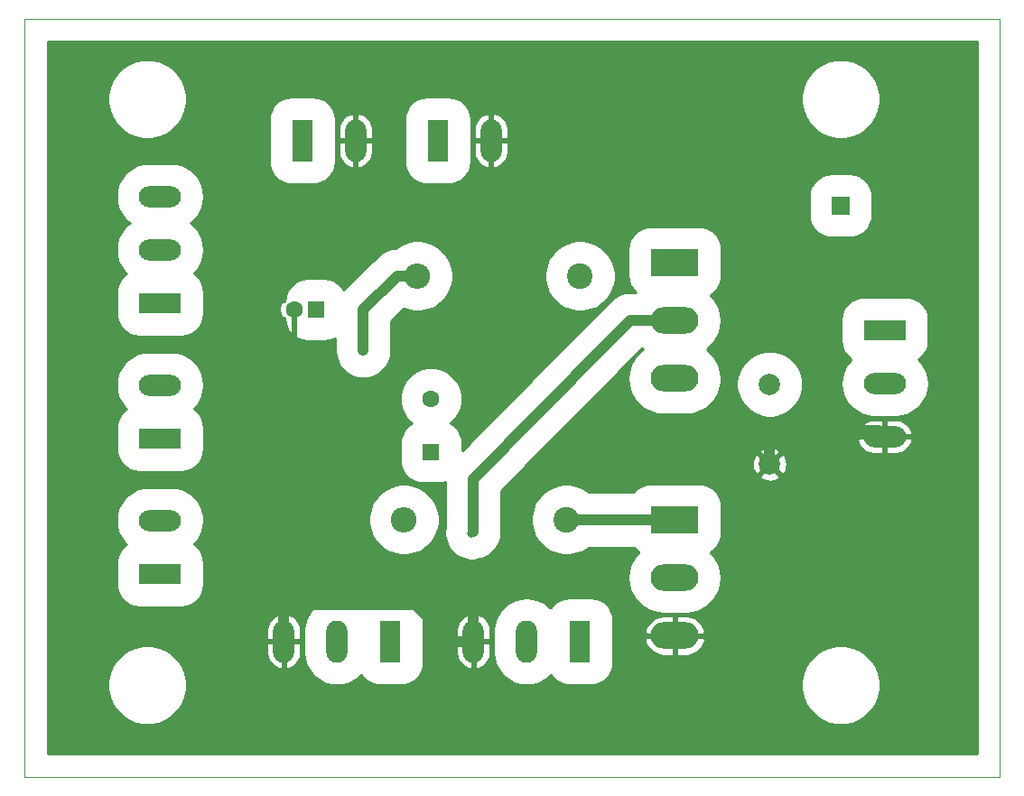
<source format=gbr>
G04 #@! TF.GenerationSoftware,KiCad,Pcbnew,(5.1.5)-3*
G04 #@! TF.CreationDate,2020-04-01T15:23:21+02:00*
G04 #@! TF.ProjectId,hbruecke,68627275-6563-46b6-952e-6b696361645f,rev?*
G04 #@! TF.SameCoordinates,Original*
G04 #@! TF.FileFunction,Copper,L2,Bot*
G04 #@! TF.FilePolarity,Positive*
%FSLAX46Y46*%
G04 Gerber Fmt 4.6, Leading zero omitted, Abs format (unit mm)*
G04 Created by KiCad (PCBNEW (5.1.5)-3) date 2020-04-01 15:23:21*
%MOMM*%
%LPD*%
G04 APERTURE LIST*
%ADD10C,0.050000*%
%ADD11C,1.600000*%
%ADD12R,1.600000X1.600000*%
%ADD13O,4.500000X2.500000*%
%ADD14R,4.500000X2.500000*%
%ADD15R,1.700000X1.700000*%
%ADD16O,3.960000X1.980000*%
%ADD17R,3.960000X1.980000*%
%ADD18O,1.980000X3.960000*%
%ADD19R,1.980000X3.960000*%
%ADD20C,2.000000*%
%ADD21O,2.400000X2.400000*%
%ADD22C,2.400000*%
%ADD23C,0.800000*%
%ADD24C,1.000000*%
%ADD25C,0.500000*%
%ADD26C,0.254000*%
G04 APERTURE END LIST*
D10*
X154940000Y-77470000D02*
X63500000Y-77470000D01*
X154940000Y-148590000D02*
X154940000Y-77470000D01*
X63500000Y-148590000D02*
X154940000Y-148590000D01*
X63500000Y-77470000D02*
X63500000Y-148590000D01*
D11*
X88805000Y-104775000D03*
D12*
X90805000Y-104775000D03*
D13*
X124460000Y-135360000D03*
X124460000Y-129910000D03*
D14*
X124460000Y-124460000D03*
D13*
X124460000Y-111230000D03*
X124460000Y-105780000D03*
D14*
X124460000Y-100330000D03*
D15*
X140000000Y-95000000D03*
D16*
X144145000Y-116680000D03*
X144145000Y-111680000D03*
D17*
X144145000Y-106680000D03*
D16*
X76200000Y-124540000D03*
D17*
X76200000Y-129540000D03*
D16*
X76200000Y-111840000D03*
D17*
X76200000Y-116840000D03*
D18*
X87790000Y-135890000D03*
X92790000Y-135890000D03*
D19*
X97790000Y-135890000D03*
D18*
X107235000Y-88900000D03*
D19*
X102235000Y-88900000D03*
D18*
X105570000Y-135890000D03*
X110570000Y-135890000D03*
D19*
X115570000Y-135890000D03*
D18*
X94535000Y-88900000D03*
D19*
X89535000Y-88900000D03*
D16*
X76200000Y-94140000D03*
X76200000Y-99140000D03*
D17*
X76200000Y-104140000D03*
D20*
X133350000Y-119260000D03*
X133350000Y-111760000D03*
D21*
X99060000Y-124460000D03*
D22*
X114300000Y-124460000D03*
D21*
X100330000Y-101600000D03*
D22*
X115570000Y-101600000D03*
D11*
X101600000Y-113110000D03*
D12*
X101600000Y-118110000D03*
D23*
X95250000Y-108585000D03*
X94615000Y-117475000D03*
X105410000Y-125730000D03*
D24*
X98425000Y-101600000D02*
X100330000Y-101600000D01*
X95250000Y-108585000D02*
X95250000Y-104775000D01*
X95250000Y-104775000D02*
X98425000Y-101600000D01*
D25*
X94615000Y-117475000D02*
X92710000Y-117475000D01*
X88805000Y-113570000D02*
X88805000Y-104775000D01*
D24*
X92710000Y-117475000D02*
X92710000Y-122555000D01*
X105570000Y-135890000D02*
X105570000Y-134145000D01*
X92710000Y-117475000D02*
X88805000Y-113570000D01*
X105570000Y-132910000D02*
X105570000Y-135890000D01*
X109825000Y-128655000D02*
X105570000Y-132910000D01*
X100099999Y-132409999D02*
X88290001Y-132409999D01*
X87790000Y-132910000D02*
X87790000Y-135890000D01*
X88290001Y-132409999D02*
X87790000Y-132910000D01*
X103580000Y-135890000D02*
X100099999Y-132409999D01*
X105570000Y-135890000D02*
X103580000Y-135890000D01*
X87790000Y-127475000D02*
X87790000Y-135890000D01*
X92710000Y-122555000D02*
X87790000Y-127475000D01*
X133350000Y-117499213D02*
X133350000Y-116085000D01*
X133350000Y-119760000D02*
X133350000Y-117499213D01*
X143550000Y-116085000D02*
X144145000Y-116680000D01*
X133350000Y-116085000D02*
X143550000Y-116085000D01*
X105570000Y-125570000D02*
X105570000Y-120672960D01*
X105570000Y-120672960D02*
X118110000Y-107950000D01*
X120280000Y-105780000D02*
X124460000Y-105780000D01*
X118110000Y-107950000D02*
X120280000Y-105780000D01*
X114300000Y-124460000D02*
X124460000Y-124460000D01*
D26*
G36*
X152788000Y-146438000D02*
G01*
X65652000Y-146438000D01*
X65652000Y-139632923D01*
X71273000Y-139632923D01*
X71273000Y-140367077D01*
X71416227Y-141087126D01*
X71697176Y-141765396D01*
X72105050Y-142375824D01*
X72624176Y-142894950D01*
X73234604Y-143302824D01*
X73912874Y-143583773D01*
X74632923Y-143727000D01*
X75367077Y-143727000D01*
X76087126Y-143583773D01*
X76765396Y-143302824D01*
X77375824Y-142894950D01*
X77894950Y-142375824D01*
X78302824Y-141765396D01*
X78583773Y-141087126D01*
X78727000Y-140367077D01*
X78727000Y-139632923D01*
X78583773Y-138912874D01*
X78302824Y-138234604D01*
X77894950Y-137624176D01*
X77375824Y-137105050D01*
X76765396Y-136697176D01*
X76087126Y-136416227D01*
X75367077Y-136273000D01*
X74632923Y-136273000D01*
X73912874Y-136416227D01*
X73234604Y-136697176D01*
X72624176Y-137105050D01*
X72105050Y-137624176D01*
X71697176Y-138234604D01*
X71416227Y-138912874D01*
X71273000Y-139632923D01*
X65652000Y-139632923D01*
X65652000Y-136017000D01*
X86165000Y-136017000D01*
X86165000Y-137007000D01*
X86221000Y-137321582D01*
X86337296Y-137619194D01*
X86509419Y-137888399D01*
X86730754Y-138118852D01*
X86992795Y-138301696D01*
X87285472Y-138429905D01*
X87411135Y-138460218D01*
X87663000Y-138340740D01*
X87663000Y-136017000D01*
X87917000Y-136017000D01*
X87917000Y-138340740D01*
X88168865Y-138460218D01*
X88294528Y-138429905D01*
X88587205Y-138301696D01*
X88849246Y-138118852D01*
X89070581Y-137888399D01*
X89242704Y-137619194D01*
X89359000Y-137321582D01*
X89415000Y-137007000D01*
X89415000Y-136017000D01*
X87917000Y-136017000D01*
X87663000Y-136017000D01*
X86165000Y-136017000D01*
X65652000Y-136017000D01*
X65652000Y-134773000D01*
X86165000Y-134773000D01*
X86165000Y-135763000D01*
X87663000Y-135763000D01*
X87663000Y-133439260D01*
X87917000Y-133439260D01*
X87917000Y-135763000D01*
X89415000Y-135763000D01*
X89415000Y-134773000D01*
X89410351Y-134746880D01*
X89673000Y-134746880D01*
X89673000Y-137033119D01*
X89718101Y-137491038D01*
X89896334Y-138078595D01*
X90185770Y-138620090D01*
X90575284Y-139094716D01*
X91049909Y-139484230D01*
X91591404Y-139773666D01*
X92178961Y-139951899D01*
X92790000Y-140012081D01*
X93401038Y-139951899D01*
X93988595Y-139773666D01*
X94530090Y-139484230D01*
X95004716Y-139094716D01*
X95029118Y-139064983D01*
X95288707Y-139381293D01*
X95612585Y-139647093D01*
X95982094Y-139844599D01*
X96383035Y-139966224D01*
X96800000Y-140007291D01*
X98780000Y-140007291D01*
X99196965Y-139966224D01*
X99597906Y-139844599D01*
X99967415Y-139647093D01*
X100291293Y-139381293D01*
X100557093Y-139057415D01*
X100754599Y-138687906D01*
X100876224Y-138286965D01*
X100917291Y-137870000D01*
X100917291Y-136017000D01*
X103945000Y-136017000D01*
X103945000Y-137007000D01*
X104001000Y-137321582D01*
X104117296Y-137619194D01*
X104289419Y-137888399D01*
X104510754Y-138118852D01*
X104772795Y-138301696D01*
X105065472Y-138429905D01*
X105191135Y-138460218D01*
X105443000Y-138340740D01*
X105443000Y-136017000D01*
X105697000Y-136017000D01*
X105697000Y-138340740D01*
X105948865Y-138460218D01*
X106074528Y-138429905D01*
X106367205Y-138301696D01*
X106629246Y-138118852D01*
X106850581Y-137888399D01*
X107022704Y-137619194D01*
X107139000Y-137321582D01*
X107195000Y-137007000D01*
X107195000Y-136017000D01*
X105697000Y-136017000D01*
X105443000Y-136017000D01*
X103945000Y-136017000D01*
X100917291Y-136017000D01*
X100917291Y-134773000D01*
X103945000Y-134773000D01*
X103945000Y-135763000D01*
X105443000Y-135763000D01*
X105443000Y-133439260D01*
X105697000Y-133439260D01*
X105697000Y-135763000D01*
X107195000Y-135763000D01*
X107195000Y-134773000D01*
X107190351Y-134746880D01*
X107453000Y-134746880D01*
X107453000Y-137033119D01*
X107498101Y-137491038D01*
X107676334Y-138078595D01*
X107965770Y-138620090D01*
X108355284Y-139094716D01*
X108829909Y-139484230D01*
X109371404Y-139773666D01*
X109958961Y-139951899D01*
X110570000Y-140012081D01*
X111181038Y-139951899D01*
X111768595Y-139773666D01*
X112310090Y-139484230D01*
X112784716Y-139094716D01*
X112809118Y-139064983D01*
X113068707Y-139381293D01*
X113392585Y-139647093D01*
X113762094Y-139844599D01*
X114163035Y-139966224D01*
X114580000Y-140007291D01*
X116560000Y-140007291D01*
X116976965Y-139966224D01*
X117377906Y-139844599D01*
X117747415Y-139647093D01*
X117764681Y-139632923D01*
X136273000Y-139632923D01*
X136273000Y-140367077D01*
X136416227Y-141087126D01*
X136697176Y-141765396D01*
X137105050Y-142375824D01*
X137624176Y-142894950D01*
X138234604Y-143302824D01*
X138912874Y-143583773D01*
X139632923Y-143727000D01*
X140367077Y-143727000D01*
X141087126Y-143583773D01*
X141765396Y-143302824D01*
X142375824Y-142894950D01*
X142894950Y-142375824D01*
X143302824Y-141765396D01*
X143583773Y-141087126D01*
X143727000Y-140367077D01*
X143727000Y-139632923D01*
X143583773Y-138912874D01*
X143302824Y-138234604D01*
X142894950Y-137624176D01*
X142375824Y-137105050D01*
X141765396Y-136697176D01*
X141087126Y-136416227D01*
X140367077Y-136273000D01*
X139632923Y-136273000D01*
X138912874Y-136416227D01*
X138234604Y-136697176D01*
X137624176Y-137105050D01*
X137105050Y-137624176D01*
X136697176Y-138234604D01*
X136416227Y-138912874D01*
X136273000Y-139632923D01*
X117764681Y-139632923D01*
X118071293Y-139381293D01*
X118337093Y-139057415D01*
X118534599Y-138687906D01*
X118656224Y-138286965D01*
X118697291Y-137870000D01*
X118697291Y-135779645D01*
X121622305Y-135779645D01*
X121669886Y-135964025D01*
X121822122Y-136301653D01*
X122037301Y-136603094D01*
X122307153Y-136856763D01*
X122621309Y-137052912D01*
X122967695Y-137184004D01*
X123333000Y-137245000D01*
X124333000Y-137245000D01*
X124333000Y-135487000D01*
X124587000Y-135487000D01*
X124587000Y-137245000D01*
X125587000Y-137245000D01*
X125952305Y-137184004D01*
X126298691Y-137052912D01*
X126612847Y-136856763D01*
X126882699Y-136603094D01*
X127097878Y-136301653D01*
X127250114Y-135964025D01*
X127297695Y-135779645D01*
X127181572Y-135487000D01*
X124587000Y-135487000D01*
X124333000Y-135487000D01*
X121738428Y-135487000D01*
X121622305Y-135779645D01*
X118697291Y-135779645D01*
X118697291Y-134940355D01*
X121622305Y-134940355D01*
X121738428Y-135233000D01*
X124333000Y-135233000D01*
X124333000Y-133475000D01*
X124587000Y-133475000D01*
X124587000Y-135233000D01*
X127181572Y-135233000D01*
X127297695Y-134940355D01*
X127250114Y-134755975D01*
X127097878Y-134418347D01*
X126882699Y-134116906D01*
X126612847Y-133863237D01*
X126298691Y-133667088D01*
X125952305Y-133535996D01*
X125587000Y-133475000D01*
X124587000Y-133475000D01*
X124333000Y-133475000D01*
X123333000Y-133475000D01*
X122967695Y-133535996D01*
X122621309Y-133667088D01*
X122307153Y-133863237D01*
X122037301Y-134116906D01*
X121822122Y-134418347D01*
X121669886Y-134755975D01*
X121622305Y-134940355D01*
X118697291Y-134940355D01*
X118697291Y-133910000D01*
X118656224Y-133493035D01*
X118534599Y-133092094D01*
X118337093Y-132722585D01*
X118071293Y-132398707D01*
X117747415Y-132132907D01*
X117377906Y-131935401D01*
X116976965Y-131813776D01*
X116560000Y-131772709D01*
X114580000Y-131772709D01*
X114163035Y-131813776D01*
X113762094Y-131935401D01*
X113392585Y-132132907D01*
X113068707Y-132398707D01*
X112809118Y-132715017D01*
X112784716Y-132685284D01*
X112310091Y-132295770D01*
X111768596Y-132006334D01*
X111181039Y-131828101D01*
X110570000Y-131767919D01*
X109958962Y-131828101D01*
X109371405Y-132006334D01*
X108829910Y-132295770D01*
X108355285Y-132685284D01*
X107965770Y-133159909D01*
X107676334Y-133701404D01*
X107498101Y-134288961D01*
X107453000Y-134746880D01*
X107190351Y-134746880D01*
X107139000Y-134458418D01*
X107022704Y-134160806D01*
X106850581Y-133891601D01*
X106629246Y-133661148D01*
X106367205Y-133478304D01*
X106074528Y-133350095D01*
X105948865Y-133319782D01*
X105697000Y-133439260D01*
X105443000Y-133439260D01*
X105191135Y-133319782D01*
X105065472Y-133350095D01*
X104772795Y-133478304D01*
X104510754Y-133661148D01*
X104289419Y-133891601D01*
X104117296Y-134160806D01*
X104001000Y-134458418D01*
X103945000Y-134773000D01*
X100917291Y-134773000D01*
X100917291Y-133910000D01*
X100876224Y-133493035D01*
X100754599Y-133092094D01*
X100557093Y-132722585D01*
X100291293Y-132398707D01*
X99967415Y-132132907D01*
X99597906Y-131935401D01*
X99196965Y-131813776D01*
X98780000Y-131772709D01*
X96800000Y-131772709D01*
X96383035Y-131813776D01*
X95982094Y-131935401D01*
X95612585Y-132132907D01*
X95288707Y-132398707D01*
X95029118Y-132715017D01*
X95004716Y-132685284D01*
X94530091Y-132295770D01*
X93988596Y-132006334D01*
X93401039Y-131828101D01*
X92790000Y-131767919D01*
X92178962Y-131828101D01*
X91591405Y-132006334D01*
X91049910Y-132295770D01*
X90575285Y-132685284D01*
X90185770Y-133159909D01*
X89896334Y-133701404D01*
X89718101Y-134288961D01*
X89673000Y-134746880D01*
X89410351Y-134746880D01*
X89359000Y-134458418D01*
X89242704Y-134160806D01*
X89070581Y-133891601D01*
X88849246Y-133661148D01*
X88587205Y-133478304D01*
X88294528Y-133350095D01*
X88168865Y-133319782D01*
X87917000Y-133439260D01*
X87663000Y-133439260D01*
X87411135Y-133319782D01*
X87285472Y-133350095D01*
X86992795Y-133478304D01*
X86730754Y-133661148D01*
X86509419Y-133891601D01*
X86337296Y-134160806D01*
X86221000Y-134458418D01*
X86165000Y-134773000D01*
X65652000Y-134773000D01*
X65652000Y-124540000D01*
X72077919Y-124540000D01*
X72138101Y-125151039D01*
X72316334Y-125738596D01*
X72605770Y-126280091D01*
X72995284Y-126754716D01*
X73025017Y-126779118D01*
X72708707Y-127038707D01*
X72442907Y-127362585D01*
X72245401Y-127732094D01*
X72123776Y-128133035D01*
X72082709Y-128550000D01*
X72082709Y-130530000D01*
X72123776Y-130946965D01*
X72245401Y-131347906D01*
X72442907Y-131717415D01*
X72708707Y-132041293D01*
X73032585Y-132307093D01*
X73402094Y-132504599D01*
X73803035Y-132626224D01*
X74220000Y-132667291D01*
X78180000Y-132667291D01*
X78596965Y-132626224D01*
X78997906Y-132504599D01*
X79367415Y-132307093D01*
X79691293Y-132041293D01*
X79957093Y-131717415D01*
X80154599Y-131347906D01*
X80276224Y-130946965D01*
X80317291Y-130530000D01*
X80317291Y-128550000D01*
X80276224Y-128133035D01*
X80154599Y-127732094D01*
X79957093Y-127362585D01*
X79691293Y-127038707D01*
X79374983Y-126779118D01*
X79404716Y-126754716D01*
X79794230Y-126280091D01*
X80083666Y-125738596D01*
X80261899Y-125151039D01*
X80322081Y-124540000D01*
X80281928Y-124132319D01*
X95733000Y-124132319D01*
X95733000Y-124787681D01*
X95860855Y-125430450D01*
X96111651Y-126035925D01*
X96475750Y-126580839D01*
X96939161Y-127044250D01*
X97484075Y-127408349D01*
X98089550Y-127659145D01*
X98732319Y-127787000D01*
X99387681Y-127787000D01*
X100030450Y-127659145D01*
X100635925Y-127408349D01*
X101180839Y-127044250D01*
X101644250Y-126580839D01*
X102008349Y-126035925D01*
X102259145Y-125430450D01*
X102387000Y-124787681D01*
X102387000Y-124132319D01*
X102259145Y-123489550D01*
X102008349Y-122884075D01*
X101644250Y-122339161D01*
X101180839Y-121875750D01*
X100635925Y-121511651D01*
X100030450Y-121260855D01*
X99387681Y-121133000D01*
X98732319Y-121133000D01*
X98089550Y-121260855D01*
X97484075Y-121511651D01*
X96939161Y-121875750D01*
X96475750Y-122339161D01*
X96111651Y-122884075D01*
X95860855Y-123489550D01*
X95733000Y-124132319D01*
X80281928Y-124132319D01*
X80261899Y-123928961D01*
X80083666Y-123341404D01*
X79794230Y-122799909D01*
X79404716Y-122325284D01*
X78930091Y-121935770D01*
X78388596Y-121646334D01*
X77801039Y-121468101D01*
X77343120Y-121423000D01*
X75056880Y-121423000D01*
X74598961Y-121468101D01*
X74011404Y-121646334D01*
X73469909Y-121935770D01*
X72995284Y-122325284D01*
X72605770Y-122799909D01*
X72316334Y-123341404D01*
X72138101Y-123928961D01*
X72077919Y-124540000D01*
X65652000Y-124540000D01*
X65652000Y-111840000D01*
X72077919Y-111840000D01*
X72138101Y-112451039D01*
X72316334Y-113038596D01*
X72605770Y-113580091D01*
X72995284Y-114054716D01*
X73025017Y-114079118D01*
X72708707Y-114338707D01*
X72442907Y-114662585D01*
X72245401Y-115032094D01*
X72123776Y-115433035D01*
X72082709Y-115850000D01*
X72082709Y-117830000D01*
X72123776Y-118246965D01*
X72245401Y-118647906D01*
X72442907Y-119017415D01*
X72708707Y-119341293D01*
X73032585Y-119607093D01*
X73402094Y-119804599D01*
X73803035Y-119926224D01*
X74220000Y-119967291D01*
X78180000Y-119967291D01*
X78596965Y-119926224D01*
X78997906Y-119804599D01*
X79367415Y-119607093D01*
X79691293Y-119341293D01*
X79957093Y-119017415D01*
X80154599Y-118647906D01*
X80276224Y-118246965D01*
X80317291Y-117830000D01*
X80317291Y-117310000D01*
X98662709Y-117310000D01*
X98662709Y-118910000D01*
X98703776Y-119326965D01*
X98825401Y-119727906D01*
X99022907Y-120097415D01*
X99288707Y-120421293D01*
X99612585Y-120687093D01*
X99982094Y-120884599D01*
X100383035Y-121006224D01*
X100800000Y-121047291D01*
X102400000Y-121047291D01*
X102816965Y-121006224D01*
X102943001Y-120967991D01*
X102943000Y-125179470D01*
X102883000Y-125481112D01*
X102883000Y-125978888D01*
X102980111Y-126467099D01*
X103170602Y-126926983D01*
X103447151Y-127340869D01*
X103799131Y-127692849D01*
X104213017Y-127969398D01*
X104672901Y-128159889D01*
X105161112Y-128257000D01*
X105658888Y-128257000D01*
X106147099Y-128159889D01*
X106325179Y-128086125D01*
X106580172Y-128008774D01*
X107036543Y-127764839D01*
X107436557Y-127436557D01*
X107764839Y-127036544D01*
X108008774Y-126580173D01*
X108158989Y-126084982D01*
X108197000Y-125699048D01*
X108197000Y-124132319D01*
X110973000Y-124132319D01*
X110973000Y-124787681D01*
X111100855Y-125430450D01*
X111351651Y-126035925D01*
X111715750Y-126580839D01*
X112179161Y-127044250D01*
X112724075Y-127408349D01*
X113329550Y-127659145D01*
X113972319Y-127787000D01*
X114627681Y-127787000D01*
X115270450Y-127659145D01*
X115875925Y-127408349D01*
X116356859Y-127087000D01*
X120588496Y-127087000D01*
X120698707Y-127221293D01*
X121022585Y-127487093D01*
X121062881Y-127508632D01*
X121060547Y-127510547D01*
X120638542Y-128024762D01*
X120324964Y-128611425D01*
X120131863Y-129247992D01*
X120066661Y-129910000D01*
X120131863Y-130572008D01*
X120324964Y-131208575D01*
X120638542Y-131795238D01*
X121060547Y-132309453D01*
X121574762Y-132731458D01*
X122161425Y-133045036D01*
X122797992Y-133238137D01*
X123294107Y-133287000D01*
X125625893Y-133287000D01*
X126122008Y-133238137D01*
X126758575Y-133045036D01*
X127345238Y-132731458D01*
X127859453Y-132309453D01*
X128281458Y-131795238D01*
X128595036Y-131208575D01*
X128788137Y-130572008D01*
X128853339Y-129910000D01*
X128788137Y-129247992D01*
X128595036Y-128611425D01*
X128281458Y-128024762D01*
X127859453Y-127510547D01*
X127857119Y-127508632D01*
X127897415Y-127487093D01*
X128221293Y-127221293D01*
X128487093Y-126897415D01*
X128684599Y-126527906D01*
X128806224Y-126126965D01*
X128847291Y-125710000D01*
X128847291Y-123210000D01*
X128806224Y-122793035D01*
X128684599Y-122392094D01*
X128487093Y-122022585D01*
X128221293Y-121698707D01*
X127897415Y-121432907D01*
X127527906Y-121235401D01*
X127126965Y-121113776D01*
X126710000Y-121072709D01*
X122210000Y-121072709D01*
X121793035Y-121113776D01*
X121392094Y-121235401D01*
X121022585Y-121432907D01*
X120698707Y-121698707D01*
X120588496Y-121833000D01*
X116356859Y-121833000D01*
X115875925Y-121511651D01*
X115270450Y-121260855D01*
X114627681Y-121133000D01*
X113972319Y-121133000D01*
X113329550Y-121260855D01*
X112724075Y-121511651D01*
X112179161Y-121875750D01*
X111715750Y-122339161D01*
X111351651Y-122884075D01*
X111100855Y-123489550D01*
X110973000Y-124132319D01*
X108197000Y-124132319D01*
X108197000Y-121749970D01*
X109532077Y-120395413D01*
X132394192Y-120395413D01*
X132489956Y-120659814D01*
X132779571Y-120800704D01*
X133091108Y-120882384D01*
X133412595Y-120901718D01*
X133731675Y-120857961D01*
X134036088Y-120752795D01*
X134210044Y-120659814D01*
X134305808Y-120395413D01*
X133350000Y-119439605D01*
X132394192Y-120395413D01*
X109532077Y-120395413D01*
X110589468Y-119322595D01*
X131708282Y-119322595D01*
X131752039Y-119641675D01*
X131857205Y-119946088D01*
X131950186Y-120120044D01*
X132214587Y-120215808D01*
X133170395Y-119260000D01*
X133529605Y-119260000D01*
X134485413Y-120215808D01*
X134749814Y-120120044D01*
X134890704Y-119830429D01*
X134972384Y-119518892D01*
X134991718Y-119197405D01*
X134947961Y-118878325D01*
X134842795Y-118573912D01*
X134749814Y-118399956D01*
X134485413Y-118304192D01*
X133529605Y-119260000D01*
X133170395Y-119260000D01*
X132214587Y-118304192D01*
X131950186Y-118399956D01*
X131809296Y-118689571D01*
X131727616Y-119001108D01*
X131708282Y-119322595D01*
X110589468Y-119322595D01*
X111770248Y-118124587D01*
X132394192Y-118124587D01*
X133350000Y-119080395D01*
X134305808Y-118124587D01*
X134210044Y-117860186D01*
X133920429Y-117719296D01*
X133608892Y-117637616D01*
X133287405Y-117618282D01*
X132968325Y-117662039D01*
X132663912Y-117767205D01*
X132489956Y-117860186D01*
X132394192Y-118124587D01*
X111770248Y-118124587D01*
X112820644Y-117058865D01*
X141574782Y-117058865D01*
X141605095Y-117184528D01*
X141733304Y-117477205D01*
X141916148Y-117739246D01*
X142146601Y-117960581D01*
X142415806Y-118132704D01*
X142713418Y-118249000D01*
X143028000Y-118305000D01*
X144018000Y-118305000D01*
X144018000Y-116807000D01*
X144272000Y-116807000D01*
X144272000Y-118305000D01*
X145262000Y-118305000D01*
X145576582Y-118249000D01*
X145874194Y-118132704D01*
X146143399Y-117960581D01*
X146373852Y-117739246D01*
X146556696Y-117477205D01*
X146684905Y-117184528D01*
X146715218Y-117058865D01*
X146595740Y-116807000D01*
X144272000Y-116807000D01*
X144018000Y-116807000D01*
X141694260Y-116807000D01*
X141574782Y-117058865D01*
X112820644Y-117058865D01*
X113567477Y-116301135D01*
X141574782Y-116301135D01*
X141694260Y-116553000D01*
X144018000Y-116553000D01*
X144018000Y-115055000D01*
X144272000Y-115055000D01*
X144272000Y-116553000D01*
X146595740Y-116553000D01*
X146715218Y-116301135D01*
X146684905Y-116175472D01*
X146556696Y-115882795D01*
X146373852Y-115620754D01*
X146143399Y-115399419D01*
X145874194Y-115227296D01*
X145576582Y-115111000D01*
X145262000Y-115055000D01*
X144272000Y-115055000D01*
X144018000Y-115055000D01*
X143028000Y-115055000D01*
X142713418Y-115111000D01*
X142415806Y-115227296D01*
X142146601Y-115399419D01*
X141916148Y-115620754D01*
X141733304Y-115882795D01*
X141605095Y-116175472D01*
X141574782Y-116301135D01*
X113567477Y-116301135D01*
X119974368Y-109800770D01*
X121354470Y-108420669D01*
X121457227Y-108505000D01*
X121060547Y-108830547D01*
X120638542Y-109344762D01*
X120324964Y-109931425D01*
X120131863Y-110567992D01*
X120066661Y-111230000D01*
X120131863Y-111892008D01*
X120324964Y-112528575D01*
X120638542Y-113115238D01*
X121060547Y-113629453D01*
X121574762Y-114051458D01*
X122161425Y-114365036D01*
X122797992Y-114558137D01*
X123294107Y-114607000D01*
X125625893Y-114607000D01*
X126122008Y-114558137D01*
X126758575Y-114365036D01*
X127345238Y-114051458D01*
X127859453Y-113629453D01*
X128281458Y-113115238D01*
X128595036Y-112528575D01*
X128788137Y-111892008D01*
X128831472Y-111452017D01*
X130223000Y-111452017D01*
X130223000Y-112067983D01*
X130343169Y-112672112D01*
X130578889Y-113241190D01*
X130921101Y-113753346D01*
X131356654Y-114188899D01*
X131868810Y-114531111D01*
X132437888Y-114766831D01*
X133042017Y-114887000D01*
X133657983Y-114887000D01*
X134262112Y-114766831D01*
X134831190Y-114531111D01*
X135343346Y-114188899D01*
X135778899Y-113753346D01*
X136121111Y-113241190D01*
X136356831Y-112672112D01*
X136477000Y-112067983D01*
X136477000Y-111680000D01*
X140022919Y-111680000D01*
X140083101Y-112291039D01*
X140261334Y-112878596D01*
X140550770Y-113420091D01*
X140940284Y-113894716D01*
X141414909Y-114284230D01*
X141956404Y-114573666D01*
X142543961Y-114751899D01*
X143001880Y-114797000D01*
X145288120Y-114797000D01*
X145746039Y-114751899D01*
X146333596Y-114573666D01*
X146875091Y-114284230D01*
X147349716Y-113894716D01*
X147739230Y-113420091D01*
X148028666Y-112878596D01*
X148206899Y-112291039D01*
X148267081Y-111680000D01*
X148206899Y-111068961D01*
X148028666Y-110481404D01*
X147739230Y-109939909D01*
X147349716Y-109465284D01*
X147319983Y-109440882D01*
X147636293Y-109181293D01*
X147902093Y-108857415D01*
X148099599Y-108487906D01*
X148221224Y-108086965D01*
X148262291Y-107670000D01*
X148262291Y-105690000D01*
X148221224Y-105273035D01*
X148099599Y-104872094D01*
X147902093Y-104502585D01*
X147636293Y-104178707D01*
X147312415Y-103912907D01*
X146942906Y-103715401D01*
X146541965Y-103593776D01*
X146125000Y-103552709D01*
X142165000Y-103552709D01*
X141748035Y-103593776D01*
X141347094Y-103715401D01*
X140977585Y-103912907D01*
X140653707Y-104178707D01*
X140387907Y-104502585D01*
X140190401Y-104872094D01*
X140068776Y-105273035D01*
X140027709Y-105690000D01*
X140027709Y-107670000D01*
X140068776Y-108086965D01*
X140190401Y-108487906D01*
X140387907Y-108857415D01*
X140653707Y-109181293D01*
X140970017Y-109440882D01*
X140940284Y-109465284D01*
X140550770Y-109939909D01*
X140261334Y-110481404D01*
X140083101Y-111068961D01*
X140022919Y-111680000D01*
X136477000Y-111680000D01*
X136477000Y-111452017D01*
X136356831Y-110847888D01*
X136121111Y-110278810D01*
X135778899Y-109766654D01*
X135343346Y-109331101D01*
X134831190Y-108988889D01*
X134262112Y-108753169D01*
X133657983Y-108633000D01*
X133042017Y-108633000D01*
X132437888Y-108753169D01*
X131868810Y-108988889D01*
X131356654Y-109331101D01*
X130921101Y-109766654D01*
X130578889Y-110278810D01*
X130343169Y-110847888D01*
X130223000Y-111452017D01*
X128831472Y-111452017D01*
X128853339Y-111230000D01*
X128788137Y-110567992D01*
X128595036Y-109931425D01*
X128281458Y-109344762D01*
X127859453Y-108830547D01*
X127462773Y-108505000D01*
X127859453Y-108179453D01*
X128281458Y-107665238D01*
X128595036Y-107078575D01*
X128788137Y-106442008D01*
X128853339Y-105780000D01*
X128788137Y-105117992D01*
X128595036Y-104481425D01*
X128281458Y-103894762D01*
X127859453Y-103380547D01*
X127857119Y-103378632D01*
X127897415Y-103357093D01*
X128221293Y-103091293D01*
X128487093Y-102767415D01*
X128684599Y-102397906D01*
X128806224Y-101996965D01*
X128847291Y-101580000D01*
X128847291Y-99080000D01*
X128806224Y-98663035D01*
X128684599Y-98262094D01*
X128487093Y-97892585D01*
X128221293Y-97568707D01*
X127897415Y-97302907D01*
X127527906Y-97105401D01*
X127126965Y-96983776D01*
X126710000Y-96942709D01*
X122210000Y-96942709D01*
X121793035Y-96983776D01*
X121392094Y-97105401D01*
X121022585Y-97302907D01*
X120698707Y-97568707D01*
X120432907Y-97892585D01*
X120235401Y-98262094D01*
X120113776Y-98663035D01*
X120072709Y-99080000D01*
X120072709Y-101580000D01*
X120113776Y-101996965D01*
X120235401Y-102397906D01*
X120432907Y-102767415D01*
X120698707Y-103091293D01*
X120773897Y-103153000D01*
X120409037Y-103153000D01*
X120279999Y-103140291D01*
X120150962Y-103153000D01*
X120150952Y-103153000D01*
X119765018Y-103191011D01*
X119269827Y-103341226D01*
X118813456Y-103585161D01*
X118413443Y-103913443D01*
X118331179Y-104013682D01*
X116336943Y-106007919D01*
X116329614Y-106014023D01*
X116245656Y-106099206D01*
X116161180Y-106183682D01*
X116155136Y-106191047D01*
X104537291Y-117978398D01*
X104537291Y-117310000D01*
X104496224Y-116893035D01*
X104374599Y-116492094D01*
X104177093Y-116122585D01*
X103911293Y-115798707D01*
X103587415Y-115532907D01*
X103395693Y-115430430D01*
X103465854Y-115383550D01*
X103873550Y-114975854D01*
X104193874Y-114496455D01*
X104414518Y-113963775D01*
X104527000Y-113398284D01*
X104527000Y-112821716D01*
X104414518Y-112256225D01*
X104193874Y-111723545D01*
X103873550Y-111244146D01*
X103465854Y-110836450D01*
X102986455Y-110516126D01*
X102453775Y-110295482D01*
X101888284Y-110183000D01*
X101311716Y-110183000D01*
X100746225Y-110295482D01*
X100213545Y-110516126D01*
X99734146Y-110836450D01*
X99326450Y-111244146D01*
X99006126Y-111723545D01*
X98785482Y-112256225D01*
X98673000Y-112821716D01*
X98673000Y-113398284D01*
X98785482Y-113963775D01*
X99006126Y-114496455D01*
X99326450Y-114975854D01*
X99734146Y-115383550D01*
X99804307Y-115430430D01*
X99612585Y-115532907D01*
X99288707Y-115798707D01*
X99022907Y-116122585D01*
X98825401Y-116492094D01*
X98703776Y-116893035D01*
X98662709Y-117310000D01*
X80317291Y-117310000D01*
X80317291Y-115850000D01*
X80276224Y-115433035D01*
X80154599Y-115032094D01*
X79957093Y-114662585D01*
X79691293Y-114338707D01*
X79374983Y-114079118D01*
X79404716Y-114054716D01*
X79794230Y-113580091D01*
X80083666Y-113038596D01*
X80261899Y-112451039D01*
X80322081Y-111840000D01*
X80261899Y-111228961D01*
X80083666Y-110641404D01*
X79794230Y-110099909D01*
X79404716Y-109625284D01*
X78930091Y-109235770D01*
X78388596Y-108946334D01*
X77801039Y-108768101D01*
X77343120Y-108723000D01*
X75056880Y-108723000D01*
X74598961Y-108768101D01*
X74011404Y-108946334D01*
X73469909Y-109235770D01*
X72995284Y-109625284D01*
X72605770Y-110099909D01*
X72316334Y-110641404D01*
X72138101Y-111228961D01*
X72077919Y-111840000D01*
X65652000Y-111840000D01*
X65652000Y-94140000D01*
X72077919Y-94140000D01*
X72138101Y-94751039D01*
X72316334Y-95338596D01*
X72605770Y-95880091D01*
X72995284Y-96354716D01*
X73342904Y-96640000D01*
X72995284Y-96925284D01*
X72605770Y-97399909D01*
X72316334Y-97941404D01*
X72138101Y-98528961D01*
X72077919Y-99140000D01*
X72138101Y-99751039D01*
X72316334Y-100338596D01*
X72605770Y-100880091D01*
X72995284Y-101354716D01*
X73025017Y-101379118D01*
X72708707Y-101638707D01*
X72442907Y-101962585D01*
X72245401Y-102332094D01*
X72123776Y-102733035D01*
X72082709Y-103150000D01*
X72082709Y-105130000D01*
X72123776Y-105546965D01*
X72245401Y-105947906D01*
X72442907Y-106317415D01*
X72708707Y-106641293D01*
X73032585Y-106907093D01*
X73402094Y-107104599D01*
X73803035Y-107226224D01*
X74220000Y-107267291D01*
X78180000Y-107267291D01*
X78596965Y-107226224D01*
X78997906Y-107104599D01*
X79367415Y-106907093D01*
X79691293Y-106641293D01*
X79957093Y-106317415D01*
X80154599Y-105947906D01*
X80276224Y-105546965D01*
X80317291Y-105130000D01*
X80317291Y-104845512D01*
X87364783Y-104845512D01*
X87406213Y-105125130D01*
X87501397Y-105391292D01*
X87568329Y-105516514D01*
X87812298Y-105588097D01*
X87867709Y-105532686D01*
X87867709Y-105575000D01*
X87908776Y-105991965D01*
X88030401Y-106392906D01*
X88227907Y-106762415D01*
X88493707Y-107086293D01*
X88817585Y-107352093D01*
X89187094Y-107549599D01*
X89588035Y-107671224D01*
X90005000Y-107712291D01*
X91605000Y-107712291D01*
X92021965Y-107671224D01*
X92422906Y-107549599D01*
X92623000Y-107442647D01*
X92623000Y-108714047D01*
X92661011Y-109099981D01*
X92811226Y-109595172D01*
X93055161Y-110051543D01*
X93383443Y-110451557D01*
X93783456Y-110779839D01*
X94239827Y-111023774D01*
X94735018Y-111173989D01*
X95250000Y-111224710D01*
X95764981Y-111173989D01*
X96260172Y-111023774D01*
X96716543Y-110779839D01*
X97116557Y-110451557D01*
X97444839Y-110051544D01*
X97688774Y-109595173D01*
X97838989Y-109099982D01*
X97877000Y-108714048D01*
X97877000Y-105863138D01*
X99063586Y-104676553D01*
X99359550Y-104799145D01*
X100002319Y-104927000D01*
X100657681Y-104927000D01*
X101300450Y-104799145D01*
X101905925Y-104548349D01*
X102450839Y-104184250D01*
X102914250Y-103720839D01*
X103278349Y-103175925D01*
X103529145Y-102570450D01*
X103657000Y-101927681D01*
X103657000Y-101272319D01*
X112243000Y-101272319D01*
X112243000Y-101927681D01*
X112370855Y-102570450D01*
X112621651Y-103175925D01*
X112985750Y-103720839D01*
X113449161Y-104184250D01*
X113994075Y-104548349D01*
X114599550Y-104799145D01*
X115242319Y-104927000D01*
X115897681Y-104927000D01*
X116540450Y-104799145D01*
X117145925Y-104548349D01*
X117690839Y-104184250D01*
X118154250Y-103720839D01*
X118518349Y-103175925D01*
X118769145Y-102570450D01*
X118897000Y-101927681D01*
X118897000Y-101272319D01*
X118769145Y-100629550D01*
X118518349Y-100024075D01*
X118154250Y-99479161D01*
X117690839Y-99015750D01*
X117145925Y-98651651D01*
X116540450Y-98400855D01*
X115897681Y-98273000D01*
X115242319Y-98273000D01*
X114599550Y-98400855D01*
X113994075Y-98651651D01*
X113449161Y-99015750D01*
X112985750Y-99479161D01*
X112621651Y-100024075D01*
X112370855Y-100629550D01*
X112243000Y-101272319D01*
X103657000Y-101272319D01*
X103529145Y-100629550D01*
X103278349Y-100024075D01*
X102914250Y-99479161D01*
X102450839Y-99015750D01*
X101905925Y-98651651D01*
X101300450Y-98400855D01*
X100657681Y-98273000D01*
X100002319Y-98273000D01*
X99359550Y-98400855D01*
X98754075Y-98651651D01*
X98269197Y-98975635D01*
X97910018Y-99011011D01*
X97414827Y-99161226D01*
X96958456Y-99405161D01*
X96558443Y-99733443D01*
X96476179Y-99833682D01*
X93483683Y-102826179D01*
X93427408Y-102872363D01*
X93382093Y-102787585D01*
X93116293Y-102463707D01*
X92792415Y-102197907D01*
X92422906Y-102000401D01*
X92021965Y-101878776D01*
X91605000Y-101837709D01*
X90005000Y-101837709D01*
X89588035Y-101878776D01*
X89187094Y-102000401D01*
X88817585Y-102197907D01*
X88493707Y-102463707D01*
X88227907Y-102787585D01*
X88030401Y-103157094D01*
X87908776Y-103558035D01*
X87867709Y-103975000D01*
X87867709Y-104017314D01*
X87812298Y-103961903D01*
X87568329Y-104033486D01*
X87447429Y-104288996D01*
X87378700Y-104563184D01*
X87364783Y-104845512D01*
X80317291Y-104845512D01*
X80317291Y-103150000D01*
X80276224Y-102733035D01*
X80154599Y-102332094D01*
X79957093Y-101962585D01*
X79691293Y-101638707D01*
X79374983Y-101379118D01*
X79404716Y-101354716D01*
X79794230Y-100880091D01*
X80083666Y-100338596D01*
X80261899Y-99751039D01*
X80322081Y-99140000D01*
X80261899Y-98528961D01*
X80083666Y-97941404D01*
X79794230Y-97399909D01*
X79404716Y-96925284D01*
X79057096Y-96640000D01*
X79404716Y-96354716D01*
X79794230Y-95880091D01*
X80083666Y-95338596D01*
X80261899Y-94751039D01*
X80321096Y-94150000D01*
X137012709Y-94150000D01*
X137012709Y-95850000D01*
X137053776Y-96266965D01*
X137175401Y-96667906D01*
X137372907Y-97037415D01*
X137638707Y-97361293D01*
X137962585Y-97627093D01*
X138332094Y-97824599D01*
X138733035Y-97946224D01*
X139150000Y-97987291D01*
X140850000Y-97987291D01*
X141266965Y-97946224D01*
X141667906Y-97824599D01*
X142037415Y-97627093D01*
X142361293Y-97361293D01*
X142627093Y-97037415D01*
X142824599Y-96667906D01*
X142946224Y-96266965D01*
X142987291Y-95850000D01*
X142987291Y-94150000D01*
X142946224Y-93733035D01*
X142824599Y-93332094D01*
X142627093Y-92962585D01*
X142361293Y-92638707D01*
X142037415Y-92372907D01*
X141667906Y-92175401D01*
X141266965Y-92053776D01*
X140850000Y-92012709D01*
X139150000Y-92012709D01*
X138733035Y-92053776D01*
X138332094Y-92175401D01*
X137962585Y-92372907D01*
X137638707Y-92638707D01*
X137372907Y-92962585D01*
X137175401Y-93332094D01*
X137053776Y-93733035D01*
X137012709Y-94150000D01*
X80321096Y-94150000D01*
X80322081Y-94140000D01*
X80261899Y-93528961D01*
X80083666Y-92941404D01*
X79794230Y-92399909D01*
X79404716Y-91925284D01*
X78930091Y-91535770D01*
X78388596Y-91246334D01*
X77801039Y-91068101D01*
X77343120Y-91023000D01*
X75056880Y-91023000D01*
X74598961Y-91068101D01*
X74011404Y-91246334D01*
X73469909Y-91535770D01*
X72995284Y-91925284D01*
X72605770Y-92399909D01*
X72316334Y-92941404D01*
X72138101Y-93528961D01*
X72077919Y-94140000D01*
X65652000Y-94140000D01*
X65652000Y-84632923D01*
X71273000Y-84632923D01*
X71273000Y-85367077D01*
X71416227Y-86087126D01*
X71697176Y-86765396D01*
X72105050Y-87375824D01*
X72624176Y-87894950D01*
X73234604Y-88302824D01*
X73912874Y-88583773D01*
X74632923Y-88727000D01*
X75367077Y-88727000D01*
X76087126Y-88583773D01*
X76765396Y-88302824D01*
X77375824Y-87894950D01*
X77894950Y-87375824D01*
X78199521Y-86920000D01*
X86407709Y-86920000D01*
X86407709Y-90880000D01*
X86448776Y-91296965D01*
X86570401Y-91697906D01*
X86767907Y-92067415D01*
X87033707Y-92391293D01*
X87357585Y-92657093D01*
X87727094Y-92854599D01*
X88128035Y-92976224D01*
X88545000Y-93017291D01*
X90525000Y-93017291D01*
X90941965Y-92976224D01*
X91342906Y-92854599D01*
X91712415Y-92657093D01*
X92036293Y-92391293D01*
X92302093Y-92067415D01*
X92499599Y-91697906D01*
X92621224Y-91296965D01*
X92662291Y-90880000D01*
X92662291Y-89027000D01*
X92910000Y-89027000D01*
X92910000Y-90017000D01*
X92966000Y-90331582D01*
X93082296Y-90629194D01*
X93254419Y-90898399D01*
X93475754Y-91128852D01*
X93737795Y-91311696D01*
X94030472Y-91439905D01*
X94156135Y-91470218D01*
X94408000Y-91350740D01*
X94408000Y-89027000D01*
X94662000Y-89027000D01*
X94662000Y-91350740D01*
X94913865Y-91470218D01*
X95039528Y-91439905D01*
X95332205Y-91311696D01*
X95594246Y-91128852D01*
X95815581Y-90898399D01*
X95987704Y-90629194D01*
X96104000Y-90331582D01*
X96160000Y-90017000D01*
X96160000Y-89027000D01*
X94662000Y-89027000D01*
X94408000Y-89027000D01*
X92910000Y-89027000D01*
X92662291Y-89027000D01*
X92662291Y-87783000D01*
X92910000Y-87783000D01*
X92910000Y-88773000D01*
X94408000Y-88773000D01*
X94408000Y-86449260D01*
X94662000Y-86449260D01*
X94662000Y-88773000D01*
X96160000Y-88773000D01*
X96160000Y-87783000D01*
X96104000Y-87468418D01*
X95987704Y-87170806D01*
X95827345Y-86920000D01*
X99107709Y-86920000D01*
X99107709Y-90880000D01*
X99148776Y-91296965D01*
X99270401Y-91697906D01*
X99467907Y-92067415D01*
X99733707Y-92391293D01*
X100057585Y-92657093D01*
X100427094Y-92854599D01*
X100828035Y-92976224D01*
X101245000Y-93017291D01*
X103225000Y-93017291D01*
X103641965Y-92976224D01*
X104042906Y-92854599D01*
X104412415Y-92657093D01*
X104736293Y-92391293D01*
X105002093Y-92067415D01*
X105199599Y-91697906D01*
X105321224Y-91296965D01*
X105362291Y-90880000D01*
X105362291Y-89027000D01*
X105610000Y-89027000D01*
X105610000Y-90017000D01*
X105666000Y-90331582D01*
X105782296Y-90629194D01*
X105954419Y-90898399D01*
X106175754Y-91128852D01*
X106437795Y-91311696D01*
X106730472Y-91439905D01*
X106856135Y-91470218D01*
X107108000Y-91350740D01*
X107108000Y-89027000D01*
X107362000Y-89027000D01*
X107362000Y-91350740D01*
X107613865Y-91470218D01*
X107739528Y-91439905D01*
X108032205Y-91311696D01*
X108294246Y-91128852D01*
X108515581Y-90898399D01*
X108687704Y-90629194D01*
X108804000Y-90331582D01*
X108860000Y-90017000D01*
X108860000Y-89027000D01*
X107362000Y-89027000D01*
X107108000Y-89027000D01*
X105610000Y-89027000D01*
X105362291Y-89027000D01*
X105362291Y-87783000D01*
X105610000Y-87783000D01*
X105610000Y-88773000D01*
X107108000Y-88773000D01*
X107108000Y-86449260D01*
X107362000Y-86449260D01*
X107362000Y-88773000D01*
X108860000Y-88773000D01*
X108860000Y-87783000D01*
X108804000Y-87468418D01*
X108687704Y-87170806D01*
X108515581Y-86901601D01*
X108294246Y-86671148D01*
X108032205Y-86488304D01*
X107739528Y-86360095D01*
X107613865Y-86329782D01*
X107362000Y-86449260D01*
X107108000Y-86449260D01*
X106856135Y-86329782D01*
X106730472Y-86360095D01*
X106437795Y-86488304D01*
X106175754Y-86671148D01*
X105954419Y-86901601D01*
X105782296Y-87170806D01*
X105666000Y-87468418D01*
X105610000Y-87783000D01*
X105362291Y-87783000D01*
X105362291Y-86920000D01*
X105321224Y-86503035D01*
X105199599Y-86102094D01*
X105002093Y-85732585D01*
X104736293Y-85408707D01*
X104412415Y-85142907D01*
X104042906Y-84945401D01*
X103641965Y-84823776D01*
X103225000Y-84782709D01*
X101245000Y-84782709D01*
X100828035Y-84823776D01*
X100427094Y-84945401D01*
X100057585Y-85142907D01*
X99733707Y-85408707D01*
X99467907Y-85732585D01*
X99270401Y-86102094D01*
X99148776Y-86503035D01*
X99107709Y-86920000D01*
X95827345Y-86920000D01*
X95815581Y-86901601D01*
X95594246Y-86671148D01*
X95332205Y-86488304D01*
X95039528Y-86360095D01*
X94913865Y-86329782D01*
X94662000Y-86449260D01*
X94408000Y-86449260D01*
X94156135Y-86329782D01*
X94030472Y-86360095D01*
X93737795Y-86488304D01*
X93475754Y-86671148D01*
X93254419Y-86901601D01*
X93082296Y-87170806D01*
X92966000Y-87468418D01*
X92910000Y-87783000D01*
X92662291Y-87783000D01*
X92662291Y-86920000D01*
X92621224Y-86503035D01*
X92499599Y-86102094D01*
X92302093Y-85732585D01*
X92036293Y-85408707D01*
X91712415Y-85142907D01*
X91342906Y-84945401D01*
X90941965Y-84823776D01*
X90525000Y-84782709D01*
X88545000Y-84782709D01*
X88128035Y-84823776D01*
X87727094Y-84945401D01*
X87357585Y-85142907D01*
X87033707Y-85408707D01*
X86767907Y-85732585D01*
X86570401Y-86102094D01*
X86448776Y-86503035D01*
X86407709Y-86920000D01*
X78199521Y-86920000D01*
X78302824Y-86765396D01*
X78583773Y-86087126D01*
X78727000Y-85367077D01*
X78727000Y-84632923D01*
X136273000Y-84632923D01*
X136273000Y-85367077D01*
X136416227Y-86087126D01*
X136697176Y-86765396D01*
X137105050Y-87375824D01*
X137624176Y-87894950D01*
X138234604Y-88302824D01*
X138912874Y-88583773D01*
X139632923Y-88727000D01*
X140367077Y-88727000D01*
X141087126Y-88583773D01*
X141765396Y-88302824D01*
X142375824Y-87894950D01*
X142894950Y-87375824D01*
X143302824Y-86765396D01*
X143583773Y-86087126D01*
X143727000Y-85367077D01*
X143727000Y-84632923D01*
X143583773Y-83912874D01*
X143302824Y-83234604D01*
X142894950Y-82624176D01*
X142375824Y-82105050D01*
X141765396Y-81697176D01*
X141087126Y-81416227D01*
X140367077Y-81273000D01*
X139632923Y-81273000D01*
X138912874Y-81416227D01*
X138234604Y-81697176D01*
X137624176Y-82105050D01*
X137105050Y-82624176D01*
X136697176Y-83234604D01*
X136416227Y-83912874D01*
X136273000Y-84632923D01*
X78727000Y-84632923D01*
X78583773Y-83912874D01*
X78302824Y-83234604D01*
X77894950Y-82624176D01*
X77375824Y-82105050D01*
X76765396Y-81697176D01*
X76087126Y-81416227D01*
X75367077Y-81273000D01*
X74632923Y-81273000D01*
X73912874Y-81416227D01*
X73234604Y-81697176D01*
X72624176Y-82105050D01*
X72105050Y-82624176D01*
X71697176Y-83234604D01*
X71416227Y-83912874D01*
X71273000Y-84632923D01*
X65652000Y-84632923D01*
X65652000Y-79622000D01*
X152788001Y-79622000D01*
X152788000Y-146438000D01*
G37*
X152788000Y-146438000D02*
X65652000Y-146438000D01*
X65652000Y-139632923D01*
X71273000Y-139632923D01*
X71273000Y-140367077D01*
X71416227Y-141087126D01*
X71697176Y-141765396D01*
X72105050Y-142375824D01*
X72624176Y-142894950D01*
X73234604Y-143302824D01*
X73912874Y-143583773D01*
X74632923Y-143727000D01*
X75367077Y-143727000D01*
X76087126Y-143583773D01*
X76765396Y-143302824D01*
X77375824Y-142894950D01*
X77894950Y-142375824D01*
X78302824Y-141765396D01*
X78583773Y-141087126D01*
X78727000Y-140367077D01*
X78727000Y-139632923D01*
X78583773Y-138912874D01*
X78302824Y-138234604D01*
X77894950Y-137624176D01*
X77375824Y-137105050D01*
X76765396Y-136697176D01*
X76087126Y-136416227D01*
X75367077Y-136273000D01*
X74632923Y-136273000D01*
X73912874Y-136416227D01*
X73234604Y-136697176D01*
X72624176Y-137105050D01*
X72105050Y-137624176D01*
X71697176Y-138234604D01*
X71416227Y-138912874D01*
X71273000Y-139632923D01*
X65652000Y-139632923D01*
X65652000Y-136017000D01*
X86165000Y-136017000D01*
X86165000Y-137007000D01*
X86221000Y-137321582D01*
X86337296Y-137619194D01*
X86509419Y-137888399D01*
X86730754Y-138118852D01*
X86992795Y-138301696D01*
X87285472Y-138429905D01*
X87411135Y-138460218D01*
X87663000Y-138340740D01*
X87663000Y-136017000D01*
X87917000Y-136017000D01*
X87917000Y-138340740D01*
X88168865Y-138460218D01*
X88294528Y-138429905D01*
X88587205Y-138301696D01*
X88849246Y-138118852D01*
X89070581Y-137888399D01*
X89242704Y-137619194D01*
X89359000Y-137321582D01*
X89415000Y-137007000D01*
X89415000Y-136017000D01*
X87917000Y-136017000D01*
X87663000Y-136017000D01*
X86165000Y-136017000D01*
X65652000Y-136017000D01*
X65652000Y-134773000D01*
X86165000Y-134773000D01*
X86165000Y-135763000D01*
X87663000Y-135763000D01*
X87663000Y-133439260D01*
X87917000Y-133439260D01*
X87917000Y-135763000D01*
X89415000Y-135763000D01*
X89415000Y-134773000D01*
X89410351Y-134746880D01*
X89673000Y-134746880D01*
X89673000Y-137033119D01*
X89718101Y-137491038D01*
X89896334Y-138078595D01*
X90185770Y-138620090D01*
X90575284Y-139094716D01*
X91049909Y-139484230D01*
X91591404Y-139773666D01*
X92178961Y-139951899D01*
X92790000Y-140012081D01*
X93401038Y-139951899D01*
X93988595Y-139773666D01*
X94530090Y-139484230D01*
X95004716Y-139094716D01*
X95029118Y-139064983D01*
X95288707Y-139381293D01*
X95612585Y-139647093D01*
X95982094Y-139844599D01*
X96383035Y-139966224D01*
X96800000Y-140007291D01*
X98780000Y-140007291D01*
X99196965Y-139966224D01*
X99597906Y-139844599D01*
X99967415Y-139647093D01*
X100291293Y-139381293D01*
X100557093Y-139057415D01*
X100754599Y-138687906D01*
X100876224Y-138286965D01*
X100917291Y-137870000D01*
X100917291Y-136017000D01*
X103945000Y-136017000D01*
X103945000Y-137007000D01*
X104001000Y-137321582D01*
X104117296Y-137619194D01*
X104289419Y-137888399D01*
X104510754Y-138118852D01*
X104772795Y-138301696D01*
X105065472Y-138429905D01*
X105191135Y-138460218D01*
X105443000Y-138340740D01*
X105443000Y-136017000D01*
X105697000Y-136017000D01*
X105697000Y-138340740D01*
X105948865Y-138460218D01*
X106074528Y-138429905D01*
X106367205Y-138301696D01*
X106629246Y-138118852D01*
X106850581Y-137888399D01*
X107022704Y-137619194D01*
X107139000Y-137321582D01*
X107195000Y-137007000D01*
X107195000Y-136017000D01*
X105697000Y-136017000D01*
X105443000Y-136017000D01*
X103945000Y-136017000D01*
X100917291Y-136017000D01*
X100917291Y-134773000D01*
X103945000Y-134773000D01*
X103945000Y-135763000D01*
X105443000Y-135763000D01*
X105443000Y-133439260D01*
X105697000Y-133439260D01*
X105697000Y-135763000D01*
X107195000Y-135763000D01*
X107195000Y-134773000D01*
X107190351Y-134746880D01*
X107453000Y-134746880D01*
X107453000Y-137033119D01*
X107498101Y-137491038D01*
X107676334Y-138078595D01*
X107965770Y-138620090D01*
X108355284Y-139094716D01*
X108829909Y-139484230D01*
X109371404Y-139773666D01*
X109958961Y-139951899D01*
X110570000Y-140012081D01*
X111181038Y-139951899D01*
X111768595Y-139773666D01*
X112310090Y-139484230D01*
X112784716Y-139094716D01*
X112809118Y-139064983D01*
X113068707Y-139381293D01*
X113392585Y-139647093D01*
X113762094Y-139844599D01*
X114163035Y-139966224D01*
X114580000Y-140007291D01*
X116560000Y-140007291D01*
X116976965Y-139966224D01*
X117377906Y-139844599D01*
X117747415Y-139647093D01*
X117764681Y-139632923D01*
X136273000Y-139632923D01*
X136273000Y-140367077D01*
X136416227Y-141087126D01*
X136697176Y-141765396D01*
X137105050Y-142375824D01*
X137624176Y-142894950D01*
X138234604Y-143302824D01*
X138912874Y-143583773D01*
X139632923Y-143727000D01*
X140367077Y-143727000D01*
X141087126Y-143583773D01*
X141765396Y-143302824D01*
X142375824Y-142894950D01*
X142894950Y-142375824D01*
X143302824Y-141765396D01*
X143583773Y-141087126D01*
X143727000Y-140367077D01*
X143727000Y-139632923D01*
X143583773Y-138912874D01*
X143302824Y-138234604D01*
X142894950Y-137624176D01*
X142375824Y-137105050D01*
X141765396Y-136697176D01*
X141087126Y-136416227D01*
X140367077Y-136273000D01*
X139632923Y-136273000D01*
X138912874Y-136416227D01*
X138234604Y-136697176D01*
X137624176Y-137105050D01*
X137105050Y-137624176D01*
X136697176Y-138234604D01*
X136416227Y-138912874D01*
X136273000Y-139632923D01*
X117764681Y-139632923D01*
X118071293Y-139381293D01*
X118337093Y-139057415D01*
X118534599Y-138687906D01*
X118656224Y-138286965D01*
X118697291Y-137870000D01*
X118697291Y-135779645D01*
X121622305Y-135779645D01*
X121669886Y-135964025D01*
X121822122Y-136301653D01*
X122037301Y-136603094D01*
X122307153Y-136856763D01*
X122621309Y-137052912D01*
X122967695Y-137184004D01*
X123333000Y-137245000D01*
X124333000Y-137245000D01*
X124333000Y-135487000D01*
X124587000Y-135487000D01*
X124587000Y-137245000D01*
X125587000Y-137245000D01*
X125952305Y-137184004D01*
X126298691Y-137052912D01*
X126612847Y-136856763D01*
X126882699Y-136603094D01*
X127097878Y-136301653D01*
X127250114Y-135964025D01*
X127297695Y-135779645D01*
X127181572Y-135487000D01*
X124587000Y-135487000D01*
X124333000Y-135487000D01*
X121738428Y-135487000D01*
X121622305Y-135779645D01*
X118697291Y-135779645D01*
X118697291Y-134940355D01*
X121622305Y-134940355D01*
X121738428Y-135233000D01*
X124333000Y-135233000D01*
X124333000Y-133475000D01*
X124587000Y-133475000D01*
X124587000Y-135233000D01*
X127181572Y-135233000D01*
X127297695Y-134940355D01*
X127250114Y-134755975D01*
X127097878Y-134418347D01*
X126882699Y-134116906D01*
X126612847Y-133863237D01*
X126298691Y-133667088D01*
X125952305Y-133535996D01*
X125587000Y-133475000D01*
X124587000Y-133475000D01*
X124333000Y-133475000D01*
X123333000Y-133475000D01*
X122967695Y-133535996D01*
X122621309Y-133667088D01*
X122307153Y-133863237D01*
X122037301Y-134116906D01*
X121822122Y-134418347D01*
X121669886Y-134755975D01*
X121622305Y-134940355D01*
X118697291Y-134940355D01*
X118697291Y-133910000D01*
X118656224Y-133493035D01*
X118534599Y-133092094D01*
X118337093Y-132722585D01*
X118071293Y-132398707D01*
X117747415Y-132132907D01*
X117377906Y-131935401D01*
X116976965Y-131813776D01*
X116560000Y-131772709D01*
X114580000Y-131772709D01*
X114163035Y-131813776D01*
X113762094Y-131935401D01*
X113392585Y-132132907D01*
X113068707Y-132398707D01*
X112809118Y-132715017D01*
X112784716Y-132685284D01*
X112310091Y-132295770D01*
X111768596Y-132006334D01*
X111181039Y-131828101D01*
X110570000Y-131767919D01*
X109958962Y-131828101D01*
X109371405Y-132006334D01*
X108829910Y-132295770D01*
X108355285Y-132685284D01*
X107965770Y-133159909D01*
X107676334Y-133701404D01*
X107498101Y-134288961D01*
X107453000Y-134746880D01*
X107190351Y-134746880D01*
X107139000Y-134458418D01*
X107022704Y-134160806D01*
X106850581Y-133891601D01*
X106629246Y-133661148D01*
X106367205Y-133478304D01*
X106074528Y-133350095D01*
X105948865Y-133319782D01*
X105697000Y-133439260D01*
X105443000Y-133439260D01*
X105191135Y-133319782D01*
X105065472Y-133350095D01*
X104772795Y-133478304D01*
X104510754Y-133661148D01*
X104289419Y-133891601D01*
X104117296Y-134160806D01*
X104001000Y-134458418D01*
X103945000Y-134773000D01*
X100917291Y-134773000D01*
X100917291Y-133910000D01*
X100876224Y-133493035D01*
X100754599Y-133092094D01*
X100557093Y-132722585D01*
X100291293Y-132398707D01*
X99967415Y-132132907D01*
X99597906Y-131935401D01*
X99196965Y-131813776D01*
X98780000Y-131772709D01*
X96800000Y-131772709D01*
X96383035Y-131813776D01*
X95982094Y-131935401D01*
X95612585Y-132132907D01*
X95288707Y-132398707D01*
X95029118Y-132715017D01*
X95004716Y-132685284D01*
X94530091Y-132295770D01*
X93988596Y-132006334D01*
X93401039Y-131828101D01*
X92790000Y-131767919D01*
X92178962Y-131828101D01*
X91591405Y-132006334D01*
X91049910Y-132295770D01*
X90575285Y-132685284D01*
X90185770Y-133159909D01*
X89896334Y-133701404D01*
X89718101Y-134288961D01*
X89673000Y-134746880D01*
X89410351Y-134746880D01*
X89359000Y-134458418D01*
X89242704Y-134160806D01*
X89070581Y-133891601D01*
X88849246Y-133661148D01*
X88587205Y-133478304D01*
X88294528Y-133350095D01*
X88168865Y-133319782D01*
X87917000Y-133439260D01*
X87663000Y-133439260D01*
X87411135Y-133319782D01*
X87285472Y-133350095D01*
X86992795Y-133478304D01*
X86730754Y-133661148D01*
X86509419Y-133891601D01*
X86337296Y-134160806D01*
X86221000Y-134458418D01*
X86165000Y-134773000D01*
X65652000Y-134773000D01*
X65652000Y-124540000D01*
X72077919Y-124540000D01*
X72138101Y-125151039D01*
X72316334Y-125738596D01*
X72605770Y-126280091D01*
X72995284Y-126754716D01*
X73025017Y-126779118D01*
X72708707Y-127038707D01*
X72442907Y-127362585D01*
X72245401Y-127732094D01*
X72123776Y-128133035D01*
X72082709Y-128550000D01*
X72082709Y-130530000D01*
X72123776Y-130946965D01*
X72245401Y-131347906D01*
X72442907Y-131717415D01*
X72708707Y-132041293D01*
X73032585Y-132307093D01*
X73402094Y-132504599D01*
X73803035Y-132626224D01*
X74220000Y-132667291D01*
X78180000Y-132667291D01*
X78596965Y-132626224D01*
X78997906Y-132504599D01*
X79367415Y-132307093D01*
X79691293Y-132041293D01*
X79957093Y-131717415D01*
X80154599Y-131347906D01*
X80276224Y-130946965D01*
X80317291Y-130530000D01*
X80317291Y-128550000D01*
X80276224Y-128133035D01*
X80154599Y-127732094D01*
X79957093Y-127362585D01*
X79691293Y-127038707D01*
X79374983Y-126779118D01*
X79404716Y-126754716D01*
X79794230Y-126280091D01*
X80083666Y-125738596D01*
X80261899Y-125151039D01*
X80322081Y-124540000D01*
X80281928Y-124132319D01*
X95733000Y-124132319D01*
X95733000Y-124787681D01*
X95860855Y-125430450D01*
X96111651Y-126035925D01*
X96475750Y-126580839D01*
X96939161Y-127044250D01*
X97484075Y-127408349D01*
X98089550Y-127659145D01*
X98732319Y-127787000D01*
X99387681Y-127787000D01*
X100030450Y-127659145D01*
X100635925Y-127408349D01*
X101180839Y-127044250D01*
X101644250Y-126580839D01*
X102008349Y-126035925D01*
X102259145Y-125430450D01*
X102387000Y-124787681D01*
X102387000Y-124132319D01*
X102259145Y-123489550D01*
X102008349Y-122884075D01*
X101644250Y-122339161D01*
X101180839Y-121875750D01*
X100635925Y-121511651D01*
X100030450Y-121260855D01*
X99387681Y-121133000D01*
X98732319Y-121133000D01*
X98089550Y-121260855D01*
X97484075Y-121511651D01*
X96939161Y-121875750D01*
X96475750Y-122339161D01*
X96111651Y-122884075D01*
X95860855Y-123489550D01*
X95733000Y-124132319D01*
X80281928Y-124132319D01*
X80261899Y-123928961D01*
X80083666Y-123341404D01*
X79794230Y-122799909D01*
X79404716Y-122325284D01*
X78930091Y-121935770D01*
X78388596Y-121646334D01*
X77801039Y-121468101D01*
X77343120Y-121423000D01*
X75056880Y-121423000D01*
X74598961Y-121468101D01*
X74011404Y-121646334D01*
X73469909Y-121935770D01*
X72995284Y-122325284D01*
X72605770Y-122799909D01*
X72316334Y-123341404D01*
X72138101Y-123928961D01*
X72077919Y-124540000D01*
X65652000Y-124540000D01*
X65652000Y-111840000D01*
X72077919Y-111840000D01*
X72138101Y-112451039D01*
X72316334Y-113038596D01*
X72605770Y-113580091D01*
X72995284Y-114054716D01*
X73025017Y-114079118D01*
X72708707Y-114338707D01*
X72442907Y-114662585D01*
X72245401Y-115032094D01*
X72123776Y-115433035D01*
X72082709Y-115850000D01*
X72082709Y-117830000D01*
X72123776Y-118246965D01*
X72245401Y-118647906D01*
X72442907Y-119017415D01*
X72708707Y-119341293D01*
X73032585Y-119607093D01*
X73402094Y-119804599D01*
X73803035Y-119926224D01*
X74220000Y-119967291D01*
X78180000Y-119967291D01*
X78596965Y-119926224D01*
X78997906Y-119804599D01*
X79367415Y-119607093D01*
X79691293Y-119341293D01*
X79957093Y-119017415D01*
X80154599Y-118647906D01*
X80276224Y-118246965D01*
X80317291Y-117830000D01*
X80317291Y-117310000D01*
X98662709Y-117310000D01*
X98662709Y-118910000D01*
X98703776Y-119326965D01*
X98825401Y-119727906D01*
X99022907Y-120097415D01*
X99288707Y-120421293D01*
X99612585Y-120687093D01*
X99982094Y-120884599D01*
X100383035Y-121006224D01*
X100800000Y-121047291D01*
X102400000Y-121047291D01*
X102816965Y-121006224D01*
X102943001Y-120967991D01*
X102943000Y-125179470D01*
X102883000Y-125481112D01*
X102883000Y-125978888D01*
X102980111Y-126467099D01*
X103170602Y-126926983D01*
X103447151Y-127340869D01*
X103799131Y-127692849D01*
X104213017Y-127969398D01*
X104672901Y-128159889D01*
X105161112Y-128257000D01*
X105658888Y-128257000D01*
X106147099Y-128159889D01*
X106325179Y-128086125D01*
X106580172Y-128008774D01*
X107036543Y-127764839D01*
X107436557Y-127436557D01*
X107764839Y-127036544D01*
X108008774Y-126580173D01*
X108158989Y-126084982D01*
X108197000Y-125699048D01*
X108197000Y-124132319D01*
X110973000Y-124132319D01*
X110973000Y-124787681D01*
X111100855Y-125430450D01*
X111351651Y-126035925D01*
X111715750Y-126580839D01*
X112179161Y-127044250D01*
X112724075Y-127408349D01*
X113329550Y-127659145D01*
X113972319Y-127787000D01*
X114627681Y-127787000D01*
X115270450Y-127659145D01*
X115875925Y-127408349D01*
X116356859Y-127087000D01*
X120588496Y-127087000D01*
X120698707Y-127221293D01*
X121022585Y-127487093D01*
X121062881Y-127508632D01*
X121060547Y-127510547D01*
X120638542Y-128024762D01*
X120324964Y-128611425D01*
X120131863Y-129247992D01*
X120066661Y-129910000D01*
X120131863Y-130572008D01*
X120324964Y-131208575D01*
X120638542Y-131795238D01*
X121060547Y-132309453D01*
X121574762Y-132731458D01*
X122161425Y-133045036D01*
X122797992Y-133238137D01*
X123294107Y-133287000D01*
X125625893Y-133287000D01*
X126122008Y-133238137D01*
X126758575Y-133045036D01*
X127345238Y-132731458D01*
X127859453Y-132309453D01*
X128281458Y-131795238D01*
X128595036Y-131208575D01*
X128788137Y-130572008D01*
X128853339Y-129910000D01*
X128788137Y-129247992D01*
X128595036Y-128611425D01*
X128281458Y-128024762D01*
X127859453Y-127510547D01*
X127857119Y-127508632D01*
X127897415Y-127487093D01*
X128221293Y-127221293D01*
X128487093Y-126897415D01*
X128684599Y-126527906D01*
X128806224Y-126126965D01*
X128847291Y-125710000D01*
X128847291Y-123210000D01*
X128806224Y-122793035D01*
X128684599Y-122392094D01*
X128487093Y-122022585D01*
X128221293Y-121698707D01*
X127897415Y-121432907D01*
X127527906Y-121235401D01*
X127126965Y-121113776D01*
X126710000Y-121072709D01*
X122210000Y-121072709D01*
X121793035Y-121113776D01*
X121392094Y-121235401D01*
X121022585Y-121432907D01*
X120698707Y-121698707D01*
X120588496Y-121833000D01*
X116356859Y-121833000D01*
X115875925Y-121511651D01*
X115270450Y-121260855D01*
X114627681Y-121133000D01*
X113972319Y-121133000D01*
X113329550Y-121260855D01*
X112724075Y-121511651D01*
X112179161Y-121875750D01*
X111715750Y-122339161D01*
X111351651Y-122884075D01*
X111100855Y-123489550D01*
X110973000Y-124132319D01*
X108197000Y-124132319D01*
X108197000Y-121749970D01*
X109532077Y-120395413D01*
X132394192Y-120395413D01*
X132489956Y-120659814D01*
X132779571Y-120800704D01*
X133091108Y-120882384D01*
X133412595Y-120901718D01*
X133731675Y-120857961D01*
X134036088Y-120752795D01*
X134210044Y-120659814D01*
X134305808Y-120395413D01*
X133350000Y-119439605D01*
X132394192Y-120395413D01*
X109532077Y-120395413D01*
X110589468Y-119322595D01*
X131708282Y-119322595D01*
X131752039Y-119641675D01*
X131857205Y-119946088D01*
X131950186Y-120120044D01*
X132214587Y-120215808D01*
X133170395Y-119260000D01*
X133529605Y-119260000D01*
X134485413Y-120215808D01*
X134749814Y-120120044D01*
X134890704Y-119830429D01*
X134972384Y-119518892D01*
X134991718Y-119197405D01*
X134947961Y-118878325D01*
X134842795Y-118573912D01*
X134749814Y-118399956D01*
X134485413Y-118304192D01*
X133529605Y-119260000D01*
X133170395Y-119260000D01*
X132214587Y-118304192D01*
X131950186Y-118399956D01*
X131809296Y-118689571D01*
X131727616Y-119001108D01*
X131708282Y-119322595D01*
X110589468Y-119322595D01*
X111770248Y-118124587D01*
X132394192Y-118124587D01*
X133350000Y-119080395D01*
X134305808Y-118124587D01*
X134210044Y-117860186D01*
X133920429Y-117719296D01*
X133608892Y-117637616D01*
X133287405Y-117618282D01*
X132968325Y-117662039D01*
X132663912Y-117767205D01*
X132489956Y-117860186D01*
X132394192Y-118124587D01*
X111770248Y-118124587D01*
X112820644Y-117058865D01*
X141574782Y-117058865D01*
X141605095Y-117184528D01*
X141733304Y-117477205D01*
X141916148Y-117739246D01*
X142146601Y-117960581D01*
X142415806Y-118132704D01*
X142713418Y-118249000D01*
X143028000Y-118305000D01*
X144018000Y-118305000D01*
X144018000Y-116807000D01*
X144272000Y-116807000D01*
X144272000Y-118305000D01*
X145262000Y-118305000D01*
X145576582Y-118249000D01*
X145874194Y-118132704D01*
X146143399Y-117960581D01*
X146373852Y-117739246D01*
X146556696Y-117477205D01*
X146684905Y-117184528D01*
X146715218Y-117058865D01*
X146595740Y-116807000D01*
X144272000Y-116807000D01*
X144018000Y-116807000D01*
X141694260Y-116807000D01*
X141574782Y-117058865D01*
X112820644Y-117058865D01*
X113567477Y-116301135D01*
X141574782Y-116301135D01*
X141694260Y-116553000D01*
X144018000Y-116553000D01*
X144018000Y-115055000D01*
X144272000Y-115055000D01*
X144272000Y-116553000D01*
X146595740Y-116553000D01*
X146715218Y-116301135D01*
X146684905Y-116175472D01*
X146556696Y-115882795D01*
X146373852Y-115620754D01*
X146143399Y-115399419D01*
X145874194Y-115227296D01*
X145576582Y-115111000D01*
X145262000Y-115055000D01*
X144272000Y-115055000D01*
X144018000Y-115055000D01*
X143028000Y-115055000D01*
X142713418Y-115111000D01*
X142415806Y-115227296D01*
X142146601Y-115399419D01*
X141916148Y-115620754D01*
X141733304Y-115882795D01*
X141605095Y-116175472D01*
X141574782Y-116301135D01*
X113567477Y-116301135D01*
X119974368Y-109800770D01*
X121354470Y-108420669D01*
X121457227Y-108505000D01*
X121060547Y-108830547D01*
X120638542Y-109344762D01*
X120324964Y-109931425D01*
X120131863Y-110567992D01*
X120066661Y-111230000D01*
X120131863Y-111892008D01*
X120324964Y-112528575D01*
X120638542Y-113115238D01*
X121060547Y-113629453D01*
X121574762Y-114051458D01*
X122161425Y-114365036D01*
X122797992Y-114558137D01*
X123294107Y-114607000D01*
X125625893Y-114607000D01*
X126122008Y-114558137D01*
X126758575Y-114365036D01*
X127345238Y-114051458D01*
X127859453Y-113629453D01*
X128281458Y-113115238D01*
X128595036Y-112528575D01*
X128788137Y-111892008D01*
X128831472Y-111452017D01*
X130223000Y-111452017D01*
X130223000Y-112067983D01*
X130343169Y-112672112D01*
X130578889Y-113241190D01*
X130921101Y-113753346D01*
X131356654Y-114188899D01*
X131868810Y-114531111D01*
X132437888Y-114766831D01*
X133042017Y-114887000D01*
X133657983Y-114887000D01*
X134262112Y-114766831D01*
X134831190Y-114531111D01*
X135343346Y-114188899D01*
X135778899Y-113753346D01*
X136121111Y-113241190D01*
X136356831Y-112672112D01*
X136477000Y-112067983D01*
X136477000Y-111680000D01*
X140022919Y-111680000D01*
X140083101Y-112291039D01*
X140261334Y-112878596D01*
X140550770Y-113420091D01*
X140940284Y-113894716D01*
X141414909Y-114284230D01*
X141956404Y-114573666D01*
X142543961Y-114751899D01*
X143001880Y-114797000D01*
X145288120Y-114797000D01*
X145746039Y-114751899D01*
X146333596Y-114573666D01*
X146875091Y-114284230D01*
X147349716Y-113894716D01*
X147739230Y-113420091D01*
X148028666Y-112878596D01*
X148206899Y-112291039D01*
X148267081Y-111680000D01*
X148206899Y-111068961D01*
X148028666Y-110481404D01*
X147739230Y-109939909D01*
X147349716Y-109465284D01*
X147319983Y-109440882D01*
X147636293Y-109181293D01*
X147902093Y-108857415D01*
X148099599Y-108487906D01*
X148221224Y-108086965D01*
X148262291Y-107670000D01*
X148262291Y-105690000D01*
X148221224Y-105273035D01*
X148099599Y-104872094D01*
X147902093Y-104502585D01*
X147636293Y-104178707D01*
X147312415Y-103912907D01*
X146942906Y-103715401D01*
X146541965Y-103593776D01*
X146125000Y-103552709D01*
X142165000Y-103552709D01*
X141748035Y-103593776D01*
X141347094Y-103715401D01*
X140977585Y-103912907D01*
X140653707Y-104178707D01*
X140387907Y-104502585D01*
X140190401Y-104872094D01*
X140068776Y-105273035D01*
X140027709Y-105690000D01*
X140027709Y-107670000D01*
X140068776Y-108086965D01*
X140190401Y-108487906D01*
X140387907Y-108857415D01*
X140653707Y-109181293D01*
X140970017Y-109440882D01*
X140940284Y-109465284D01*
X140550770Y-109939909D01*
X140261334Y-110481404D01*
X140083101Y-111068961D01*
X140022919Y-111680000D01*
X136477000Y-111680000D01*
X136477000Y-111452017D01*
X136356831Y-110847888D01*
X136121111Y-110278810D01*
X135778899Y-109766654D01*
X135343346Y-109331101D01*
X134831190Y-108988889D01*
X134262112Y-108753169D01*
X133657983Y-108633000D01*
X133042017Y-108633000D01*
X132437888Y-108753169D01*
X131868810Y-108988889D01*
X131356654Y-109331101D01*
X130921101Y-109766654D01*
X130578889Y-110278810D01*
X130343169Y-110847888D01*
X130223000Y-111452017D01*
X128831472Y-111452017D01*
X128853339Y-111230000D01*
X128788137Y-110567992D01*
X128595036Y-109931425D01*
X128281458Y-109344762D01*
X127859453Y-108830547D01*
X127462773Y-108505000D01*
X127859453Y-108179453D01*
X128281458Y-107665238D01*
X128595036Y-107078575D01*
X128788137Y-106442008D01*
X128853339Y-105780000D01*
X128788137Y-105117992D01*
X128595036Y-104481425D01*
X128281458Y-103894762D01*
X127859453Y-103380547D01*
X127857119Y-103378632D01*
X127897415Y-103357093D01*
X128221293Y-103091293D01*
X128487093Y-102767415D01*
X128684599Y-102397906D01*
X128806224Y-101996965D01*
X128847291Y-101580000D01*
X128847291Y-99080000D01*
X128806224Y-98663035D01*
X128684599Y-98262094D01*
X128487093Y-97892585D01*
X128221293Y-97568707D01*
X127897415Y-97302907D01*
X127527906Y-97105401D01*
X127126965Y-96983776D01*
X126710000Y-96942709D01*
X122210000Y-96942709D01*
X121793035Y-96983776D01*
X121392094Y-97105401D01*
X121022585Y-97302907D01*
X120698707Y-97568707D01*
X120432907Y-97892585D01*
X120235401Y-98262094D01*
X120113776Y-98663035D01*
X120072709Y-99080000D01*
X120072709Y-101580000D01*
X120113776Y-101996965D01*
X120235401Y-102397906D01*
X120432907Y-102767415D01*
X120698707Y-103091293D01*
X120773897Y-103153000D01*
X120409037Y-103153000D01*
X120279999Y-103140291D01*
X120150962Y-103153000D01*
X120150952Y-103153000D01*
X119765018Y-103191011D01*
X119269827Y-103341226D01*
X118813456Y-103585161D01*
X118413443Y-103913443D01*
X118331179Y-104013682D01*
X116336943Y-106007919D01*
X116329614Y-106014023D01*
X116245656Y-106099206D01*
X116161180Y-106183682D01*
X116155136Y-106191047D01*
X104537291Y-117978398D01*
X104537291Y-117310000D01*
X104496224Y-116893035D01*
X104374599Y-116492094D01*
X104177093Y-116122585D01*
X103911293Y-115798707D01*
X103587415Y-115532907D01*
X103395693Y-115430430D01*
X103465854Y-115383550D01*
X103873550Y-114975854D01*
X104193874Y-114496455D01*
X104414518Y-113963775D01*
X104527000Y-113398284D01*
X104527000Y-112821716D01*
X104414518Y-112256225D01*
X104193874Y-111723545D01*
X103873550Y-111244146D01*
X103465854Y-110836450D01*
X102986455Y-110516126D01*
X102453775Y-110295482D01*
X101888284Y-110183000D01*
X101311716Y-110183000D01*
X100746225Y-110295482D01*
X100213545Y-110516126D01*
X99734146Y-110836450D01*
X99326450Y-111244146D01*
X99006126Y-111723545D01*
X98785482Y-112256225D01*
X98673000Y-112821716D01*
X98673000Y-113398284D01*
X98785482Y-113963775D01*
X99006126Y-114496455D01*
X99326450Y-114975854D01*
X99734146Y-115383550D01*
X99804307Y-115430430D01*
X99612585Y-115532907D01*
X99288707Y-115798707D01*
X99022907Y-116122585D01*
X98825401Y-116492094D01*
X98703776Y-116893035D01*
X98662709Y-117310000D01*
X80317291Y-117310000D01*
X80317291Y-115850000D01*
X80276224Y-115433035D01*
X80154599Y-115032094D01*
X79957093Y-114662585D01*
X79691293Y-114338707D01*
X79374983Y-114079118D01*
X79404716Y-114054716D01*
X79794230Y-113580091D01*
X80083666Y-113038596D01*
X80261899Y-112451039D01*
X80322081Y-111840000D01*
X80261899Y-111228961D01*
X80083666Y-110641404D01*
X79794230Y-110099909D01*
X79404716Y-109625284D01*
X78930091Y-109235770D01*
X78388596Y-108946334D01*
X77801039Y-108768101D01*
X77343120Y-108723000D01*
X75056880Y-108723000D01*
X74598961Y-108768101D01*
X74011404Y-108946334D01*
X73469909Y-109235770D01*
X72995284Y-109625284D01*
X72605770Y-110099909D01*
X72316334Y-110641404D01*
X72138101Y-111228961D01*
X72077919Y-111840000D01*
X65652000Y-111840000D01*
X65652000Y-94140000D01*
X72077919Y-94140000D01*
X72138101Y-94751039D01*
X72316334Y-95338596D01*
X72605770Y-95880091D01*
X72995284Y-96354716D01*
X73342904Y-96640000D01*
X72995284Y-96925284D01*
X72605770Y-97399909D01*
X72316334Y-97941404D01*
X72138101Y-98528961D01*
X72077919Y-99140000D01*
X72138101Y-99751039D01*
X72316334Y-100338596D01*
X72605770Y-100880091D01*
X72995284Y-101354716D01*
X73025017Y-101379118D01*
X72708707Y-101638707D01*
X72442907Y-101962585D01*
X72245401Y-102332094D01*
X72123776Y-102733035D01*
X72082709Y-103150000D01*
X72082709Y-105130000D01*
X72123776Y-105546965D01*
X72245401Y-105947906D01*
X72442907Y-106317415D01*
X72708707Y-106641293D01*
X73032585Y-106907093D01*
X73402094Y-107104599D01*
X73803035Y-107226224D01*
X74220000Y-107267291D01*
X78180000Y-107267291D01*
X78596965Y-107226224D01*
X78997906Y-107104599D01*
X79367415Y-106907093D01*
X79691293Y-106641293D01*
X79957093Y-106317415D01*
X80154599Y-105947906D01*
X80276224Y-105546965D01*
X80317291Y-105130000D01*
X80317291Y-104845512D01*
X87364783Y-104845512D01*
X87406213Y-105125130D01*
X87501397Y-105391292D01*
X87568329Y-105516514D01*
X87812298Y-105588097D01*
X87867709Y-105532686D01*
X87867709Y-105575000D01*
X87908776Y-105991965D01*
X88030401Y-106392906D01*
X88227907Y-106762415D01*
X88493707Y-107086293D01*
X88817585Y-107352093D01*
X89187094Y-107549599D01*
X89588035Y-107671224D01*
X90005000Y-107712291D01*
X91605000Y-107712291D01*
X92021965Y-107671224D01*
X92422906Y-107549599D01*
X92623000Y-107442647D01*
X92623000Y-108714047D01*
X92661011Y-109099981D01*
X92811226Y-109595172D01*
X93055161Y-110051543D01*
X93383443Y-110451557D01*
X93783456Y-110779839D01*
X94239827Y-111023774D01*
X94735018Y-111173989D01*
X95250000Y-111224710D01*
X95764981Y-111173989D01*
X96260172Y-111023774D01*
X96716543Y-110779839D01*
X97116557Y-110451557D01*
X97444839Y-110051544D01*
X97688774Y-109595173D01*
X97838989Y-109099982D01*
X97877000Y-108714048D01*
X97877000Y-105863138D01*
X99063586Y-104676553D01*
X99359550Y-104799145D01*
X100002319Y-104927000D01*
X100657681Y-104927000D01*
X101300450Y-104799145D01*
X101905925Y-104548349D01*
X102450839Y-104184250D01*
X102914250Y-103720839D01*
X103278349Y-103175925D01*
X103529145Y-102570450D01*
X103657000Y-101927681D01*
X103657000Y-101272319D01*
X112243000Y-101272319D01*
X112243000Y-101927681D01*
X112370855Y-102570450D01*
X112621651Y-103175925D01*
X112985750Y-103720839D01*
X113449161Y-104184250D01*
X113994075Y-104548349D01*
X114599550Y-104799145D01*
X115242319Y-104927000D01*
X115897681Y-104927000D01*
X116540450Y-104799145D01*
X117145925Y-104548349D01*
X117690839Y-104184250D01*
X118154250Y-103720839D01*
X118518349Y-103175925D01*
X118769145Y-102570450D01*
X118897000Y-101927681D01*
X118897000Y-101272319D01*
X118769145Y-100629550D01*
X118518349Y-100024075D01*
X118154250Y-99479161D01*
X117690839Y-99015750D01*
X117145925Y-98651651D01*
X116540450Y-98400855D01*
X115897681Y-98273000D01*
X115242319Y-98273000D01*
X114599550Y-98400855D01*
X113994075Y-98651651D01*
X113449161Y-99015750D01*
X112985750Y-99479161D01*
X112621651Y-100024075D01*
X112370855Y-100629550D01*
X112243000Y-101272319D01*
X103657000Y-101272319D01*
X103529145Y-100629550D01*
X103278349Y-100024075D01*
X102914250Y-99479161D01*
X102450839Y-99015750D01*
X101905925Y-98651651D01*
X101300450Y-98400855D01*
X100657681Y-98273000D01*
X100002319Y-98273000D01*
X99359550Y-98400855D01*
X98754075Y-98651651D01*
X98269197Y-98975635D01*
X97910018Y-99011011D01*
X97414827Y-99161226D01*
X96958456Y-99405161D01*
X96558443Y-99733443D01*
X96476179Y-99833682D01*
X93483683Y-102826179D01*
X93427408Y-102872363D01*
X93382093Y-102787585D01*
X93116293Y-102463707D01*
X92792415Y-102197907D01*
X92422906Y-102000401D01*
X92021965Y-101878776D01*
X91605000Y-101837709D01*
X90005000Y-101837709D01*
X89588035Y-101878776D01*
X89187094Y-102000401D01*
X88817585Y-102197907D01*
X88493707Y-102463707D01*
X88227907Y-102787585D01*
X88030401Y-103157094D01*
X87908776Y-103558035D01*
X87867709Y-103975000D01*
X87867709Y-104017314D01*
X87812298Y-103961903D01*
X87568329Y-104033486D01*
X87447429Y-104288996D01*
X87378700Y-104563184D01*
X87364783Y-104845512D01*
X80317291Y-104845512D01*
X80317291Y-103150000D01*
X80276224Y-102733035D01*
X80154599Y-102332094D01*
X79957093Y-101962585D01*
X79691293Y-101638707D01*
X79374983Y-101379118D01*
X79404716Y-101354716D01*
X79794230Y-100880091D01*
X80083666Y-100338596D01*
X80261899Y-99751039D01*
X80322081Y-99140000D01*
X80261899Y-98528961D01*
X80083666Y-97941404D01*
X79794230Y-97399909D01*
X79404716Y-96925284D01*
X79057096Y-96640000D01*
X79404716Y-96354716D01*
X79794230Y-95880091D01*
X80083666Y-95338596D01*
X80261899Y-94751039D01*
X80321096Y-94150000D01*
X137012709Y-94150000D01*
X137012709Y-95850000D01*
X137053776Y-96266965D01*
X137175401Y-96667906D01*
X137372907Y-97037415D01*
X137638707Y-97361293D01*
X137962585Y-97627093D01*
X138332094Y-97824599D01*
X138733035Y-97946224D01*
X139150000Y-97987291D01*
X140850000Y-97987291D01*
X141266965Y-97946224D01*
X141667906Y-97824599D01*
X142037415Y-97627093D01*
X142361293Y-97361293D01*
X142627093Y-97037415D01*
X142824599Y-96667906D01*
X142946224Y-96266965D01*
X142987291Y-95850000D01*
X142987291Y-94150000D01*
X142946224Y-93733035D01*
X142824599Y-93332094D01*
X142627093Y-92962585D01*
X142361293Y-92638707D01*
X142037415Y-92372907D01*
X141667906Y-92175401D01*
X141266965Y-92053776D01*
X140850000Y-92012709D01*
X139150000Y-92012709D01*
X138733035Y-92053776D01*
X138332094Y-92175401D01*
X137962585Y-92372907D01*
X137638707Y-92638707D01*
X137372907Y-92962585D01*
X137175401Y-93332094D01*
X137053776Y-93733035D01*
X137012709Y-94150000D01*
X80321096Y-94150000D01*
X80322081Y-94140000D01*
X80261899Y-93528961D01*
X80083666Y-92941404D01*
X79794230Y-92399909D01*
X79404716Y-91925284D01*
X78930091Y-91535770D01*
X78388596Y-91246334D01*
X77801039Y-91068101D01*
X77343120Y-91023000D01*
X75056880Y-91023000D01*
X74598961Y-91068101D01*
X74011404Y-91246334D01*
X73469909Y-91535770D01*
X72995284Y-91925284D01*
X72605770Y-92399909D01*
X72316334Y-92941404D01*
X72138101Y-93528961D01*
X72077919Y-94140000D01*
X65652000Y-94140000D01*
X65652000Y-84632923D01*
X71273000Y-84632923D01*
X71273000Y-85367077D01*
X71416227Y-86087126D01*
X71697176Y-86765396D01*
X72105050Y-87375824D01*
X72624176Y-87894950D01*
X73234604Y-88302824D01*
X73912874Y-88583773D01*
X74632923Y-88727000D01*
X75367077Y-88727000D01*
X76087126Y-88583773D01*
X76765396Y-88302824D01*
X77375824Y-87894950D01*
X77894950Y-87375824D01*
X78199521Y-86920000D01*
X86407709Y-86920000D01*
X86407709Y-90880000D01*
X86448776Y-91296965D01*
X86570401Y-91697906D01*
X86767907Y-92067415D01*
X87033707Y-92391293D01*
X87357585Y-92657093D01*
X87727094Y-92854599D01*
X88128035Y-92976224D01*
X88545000Y-93017291D01*
X90525000Y-93017291D01*
X90941965Y-92976224D01*
X91342906Y-92854599D01*
X91712415Y-92657093D01*
X92036293Y-92391293D01*
X92302093Y-92067415D01*
X92499599Y-91697906D01*
X92621224Y-91296965D01*
X92662291Y-90880000D01*
X92662291Y-89027000D01*
X92910000Y-89027000D01*
X92910000Y-90017000D01*
X92966000Y-90331582D01*
X93082296Y-90629194D01*
X93254419Y-90898399D01*
X93475754Y-91128852D01*
X93737795Y-91311696D01*
X94030472Y-91439905D01*
X94156135Y-91470218D01*
X94408000Y-91350740D01*
X94408000Y-89027000D01*
X94662000Y-89027000D01*
X94662000Y-91350740D01*
X94913865Y-91470218D01*
X95039528Y-91439905D01*
X95332205Y-91311696D01*
X95594246Y-91128852D01*
X95815581Y-90898399D01*
X95987704Y-90629194D01*
X96104000Y-90331582D01*
X96160000Y-90017000D01*
X96160000Y-89027000D01*
X94662000Y-89027000D01*
X94408000Y-89027000D01*
X92910000Y-89027000D01*
X92662291Y-89027000D01*
X92662291Y-87783000D01*
X92910000Y-87783000D01*
X92910000Y-88773000D01*
X94408000Y-88773000D01*
X94408000Y-86449260D01*
X94662000Y-86449260D01*
X94662000Y-88773000D01*
X96160000Y-88773000D01*
X96160000Y-87783000D01*
X96104000Y-87468418D01*
X95987704Y-87170806D01*
X95827345Y-86920000D01*
X99107709Y-86920000D01*
X99107709Y-90880000D01*
X99148776Y-91296965D01*
X99270401Y-91697906D01*
X99467907Y-92067415D01*
X99733707Y-92391293D01*
X100057585Y-92657093D01*
X100427094Y-92854599D01*
X100828035Y-92976224D01*
X101245000Y-93017291D01*
X103225000Y-93017291D01*
X103641965Y-92976224D01*
X104042906Y-92854599D01*
X104412415Y-92657093D01*
X104736293Y-92391293D01*
X105002093Y-92067415D01*
X105199599Y-91697906D01*
X105321224Y-91296965D01*
X105362291Y-90880000D01*
X105362291Y-89027000D01*
X105610000Y-89027000D01*
X105610000Y-90017000D01*
X105666000Y-90331582D01*
X105782296Y-90629194D01*
X105954419Y-90898399D01*
X106175754Y-91128852D01*
X106437795Y-91311696D01*
X106730472Y-91439905D01*
X106856135Y-91470218D01*
X107108000Y-91350740D01*
X107108000Y-89027000D01*
X107362000Y-89027000D01*
X107362000Y-91350740D01*
X107613865Y-91470218D01*
X107739528Y-91439905D01*
X108032205Y-91311696D01*
X108294246Y-91128852D01*
X108515581Y-90898399D01*
X108687704Y-90629194D01*
X108804000Y-90331582D01*
X108860000Y-90017000D01*
X108860000Y-89027000D01*
X107362000Y-89027000D01*
X107108000Y-89027000D01*
X105610000Y-89027000D01*
X105362291Y-89027000D01*
X105362291Y-87783000D01*
X105610000Y-87783000D01*
X105610000Y-88773000D01*
X107108000Y-88773000D01*
X107108000Y-86449260D01*
X107362000Y-86449260D01*
X107362000Y-88773000D01*
X108860000Y-88773000D01*
X108860000Y-87783000D01*
X108804000Y-87468418D01*
X108687704Y-87170806D01*
X108515581Y-86901601D01*
X108294246Y-86671148D01*
X108032205Y-86488304D01*
X107739528Y-86360095D01*
X107613865Y-86329782D01*
X107362000Y-86449260D01*
X107108000Y-86449260D01*
X106856135Y-86329782D01*
X106730472Y-86360095D01*
X106437795Y-86488304D01*
X106175754Y-86671148D01*
X105954419Y-86901601D01*
X105782296Y-87170806D01*
X105666000Y-87468418D01*
X105610000Y-87783000D01*
X105362291Y-87783000D01*
X105362291Y-86920000D01*
X105321224Y-86503035D01*
X105199599Y-86102094D01*
X105002093Y-85732585D01*
X104736293Y-85408707D01*
X104412415Y-85142907D01*
X104042906Y-84945401D01*
X103641965Y-84823776D01*
X103225000Y-84782709D01*
X101245000Y-84782709D01*
X100828035Y-84823776D01*
X100427094Y-84945401D01*
X100057585Y-85142907D01*
X99733707Y-85408707D01*
X99467907Y-85732585D01*
X99270401Y-86102094D01*
X99148776Y-86503035D01*
X99107709Y-86920000D01*
X95827345Y-86920000D01*
X95815581Y-86901601D01*
X95594246Y-86671148D01*
X95332205Y-86488304D01*
X95039528Y-86360095D01*
X94913865Y-86329782D01*
X94662000Y-86449260D01*
X94408000Y-86449260D01*
X94156135Y-86329782D01*
X94030472Y-86360095D01*
X93737795Y-86488304D01*
X93475754Y-86671148D01*
X93254419Y-86901601D01*
X93082296Y-87170806D01*
X92966000Y-87468418D01*
X92910000Y-87783000D01*
X92662291Y-87783000D01*
X92662291Y-86920000D01*
X92621224Y-86503035D01*
X92499599Y-86102094D01*
X92302093Y-85732585D01*
X92036293Y-85408707D01*
X91712415Y-85142907D01*
X91342906Y-84945401D01*
X90941965Y-84823776D01*
X90525000Y-84782709D01*
X88545000Y-84782709D01*
X88128035Y-84823776D01*
X87727094Y-84945401D01*
X87357585Y-85142907D01*
X87033707Y-85408707D01*
X86767907Y-85732585D01*
X86570401Y-86102094D01*
X86448776Y-86503035D01*
X86407709Y-86920000D01*
X78199521Y-86920000D01*
X78302824Y-86765396D01*
X78583773Y-86087126D01*
X78727000Y-85367077D01*
X78727000Y-84632923D01*
X136273000Y-84632923D01*
X136273000Y-85367077D01*
X136416227Y-86087126D01*
X136697176Y-86765396D01*
X137105050Y-87375824D01*
X137624176Y-87894950D01*
X138234604Y-88302824D01*
X138912874Y-88583773D01*
X139632923Y-88727000D01*
X140367077Y-88727000D01*
X141087126Y-88583773D01*
X141765396Y-88302824D01*
X142375824Y-87894950D01*
X142894950Y-87375824D01*
X143302824Y-86765396D01*
X143583773Y-86087126D01*
X143727000Y-85367077D01*
X143727000Y-84632923D01*
X143583773Y-83912874D01*
X143302824Y-83234604D01*
X142894950Y-82624176D01*
X142375824Y-82105050D01*
X141765396Y-81697176D01*
X141087126Y-81416227D01*
X140367077Y-81273000D01*
X139632923Y-81273000D01*
X138912874Y-81416227D01*
X138234604Y-81697176D01*
X137624176Y-82105050D01*
X137105050Y-82624176D01*
X136697176Y-83234604D01*
X136416227Y-83912874D01*
X136273000Y-84632923D01*
X78727000Y-84632923D01*
X78583773Y-83912874D01*
X78302824Y-83234604D01*
X77894950Y-82624176D01*
X77375824Y-82105050D01*
X76765396Y-81697176D01*
X76087126Y-81416227D01*
X75367077Y-81273000D01*
X74632923Y-81273000D01*
X73912874Y-81416227D01*
X73234604Y-81697176D01*
X72624176Y-82105050D01*
X72105050Y-82624176D01*
X71697176Y-83234604D01*
X71416227Y-83912874D01*
X71273000Y-84632923D01*
X65652000Y-84632923D01*
X65652000Y-79622000D01*
X152788001Y-79622000D01*
X152788000Y-146438000D01*
M02*

</source>
